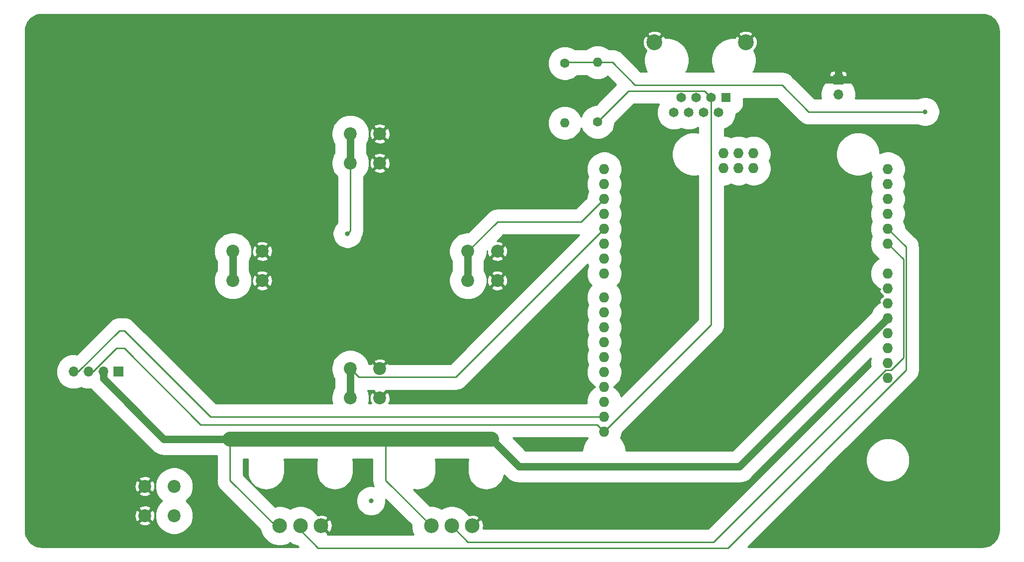
<source format=gbr>
G04 #@! TF.GenerationSoftware,KiCad,Pcbnew,(5.1.6)-1*
G04 #@! TF.CreationDate,2021-03-30T14:44:55-05:00*
G04 #@! TF.ProjectId,UIpcb,55497063-622e-46b6-9963-61645f706362,rev?*
G04 #@! TF.SameCoordinates,Original*
G04 #@! TF.FileFunction,Copper,L1,Top*
G04 #@! TF.FilePolarity,Positive*
%FSLAX46Y46*%
G04 Gerber Fmt 4.6, Leading zero omitted, Abs format (unit mm)*
G04 Created by KiCad (PCBNEW (5.1.6)-1) date 2021-03-30 14:44:55*
%MOMM*%
%LPD*%
G01*
G04 APERTURE LIST*
G04 #@! TA.AperFunction,ComponentPad*
%ADD10C,2.500000*%
G04 #@! TD*
G04 #@! TA.AperFunction,ComponentPad*
%ADD11O,1.700000X1.700000*%
G04 #@! TD*
G04 #@! TA.AperFunction,ComponentPad*
%ADD12R,1.700000X1.700000*%
G04 #@! TD*
G04 #@! TA.AperFunction,ComponentPad*
%ADD13O,1.600000X1.600000*%
G04 #@! TD*
G04 #@! TA.AperFunction,ComponentPad*
%ADD14C,1.600000*%
G04 #@! TD*
G04 #@! TA.AperFunction,ComponentPad*
%ADD15O,1.727200X1.727200*%
G04 #@! TD*
G04 #@! TA.AperFunction,ComponentPad*
%ADD16C,2.200000*%
G04 #@! TD*
G04 #@! TA.AperFunction,ComponentPad*
%ADD17C,2.700000*%
G04 #@! TD*
G04 #@! TA.AperFunction,ComponentPad*
%ADD18C,1.650000*%
G04 #@! TD*
G04 #@! TA.AperFunction,ComponentPad*
%ADD19R,1.650000X1.650000*%
G04 #@! TD*
G04 #@! TA.AperFunction,ViaPad*
%ADD20C,0.800000*%
G04 #@! TD*
G04 #@! TA.AperFunction,ViaPad*
%ADD21C,6.200000*%
G04 #@! TD*
G04 #@! TA.AperFunction,Conductor*
%ADD22C,0.250000*%
G04 #@! TD*
G04 #@! TA.AperFunction,Conductor*
%ADD23C,2.500000*%
G04 #@! TD*
G04 #@! TA.AperFunction,Conductor*
%ADD24C,1.250000*%
G04 #@! TD*
G04 #@! TA.AperFunction,Conductor*
%ADD25C,0.254000*%
G04 #@! TD*
G04 APERTURE END LIST*
D10*
X117500000Y-134250000D03*
X114000000Y-134250000D03*
X110500000Y-134250000D03*
X143250000Y-134250000D03*
X139750000Y-134250000D03*
X136250000Y-134250000D03*
D11*
X75380000Y-108000000D03*
X77920000Y-108000000D03*
X80460000Y-108000000D03*
D12*
X83000000Y-108000000D03*
D13*
X164550000Y-55340000D03*
D14*
X164550000Y-65500000D03*
D13*
X159000000Y-65660000D03*
D14*
X159000000Y-55500000D03*
D15*
X186020000Y-73373000D03*
X213960000Y-73500000D03*
X213960000Y-76040000D03*
X213960000Y-78580000D03*
X213960000Y-81120000D03*
X213960000Y-83660000D03*
X213960000Y-109060000D03*
X165700000Y-102964000D03*
X165700000Y-105504000D03*
X165700000Y-108044000D03*
X165700000Y-113124000D03*
X165700000Y-115664000D03*
X165700000Y-118204000D03*
X165700000Y-100424000D03*
X165700000Y-97884000D03*
X165700000Y-95344000D03*
X165700000Y-110584000D03*
X165700000Y-91280000D03*
X165700000Y-88740000D03*
X165700000Y-86200000D03*
X165700000Y-83660000D03*
X165700000Y-81120000D03*
X165700000Y-78580000D03*
X165700000Y-76040000D03*
X165700000Y-73500000D03*
X213960000Y-106520000D03*
X213960000Y-103980000D03*
X213960000Y-101440000D03*
X213960000Y-98900000D03*
X213960000Y-96360000D03*
X213960000Y-93820000D03*
X213960000Y-91280000D03*
X213960000Y-86200000D03*
X186020000Y-70833000D03*
X188560000Y-73373000D03*
X188560000Y-70833000D03*
X191100000Y-70833000D03*
X191100000Y-73373000D03*
D16*
X92500000Y-127500000D03*
X92500000Y-132500000D03*
X87500000Y-132500000D03*
X87500000Y-127500000D03*
X127500000Y-107500000D03*
X127500000Y-112500000D03*
X122500000Y-112500000D03*
X122500000Y-107500000D03*
X147500000Y-87500000D03*
X147500000Y-92500000D03*
X142500000Y-92500000D03*
X142500000Y-87500000D03*
X107500000Y-87500000D03*
X107500000Y-92500000D03*
X102500000Y-92500000D03*
X102500000Y-87500000D03*
X127500000Y-67500000D03*
X127500000Y-72500000D03*
X122500000Y-72500000D03*
X122500000Y-67500000D03*
D17*
X174250000Y-51950000D03*
X189750000Y-51950000D03*
D18*
X177555000Y-63890000D03*
X178825000Y-61350000D03*
X180095000Y-63890000D03*
X181365000Y-61350000D03*
X182635000Y-63890000D03*
X183905000Y-61350000D03*
X185175000Y-63890000D03*
D19*
X186445000Y-61350000D03*
D11*
X205500000Y-60790000D03*
D12*
X205500000Y-58250000D03*
D20*
X126000000Y-130000000D03*
X220250000Y-63750000D03*
D21*
X225000000Y-55000000D03*
X75000000Y-130000000D03*
X225000000Y-130000000D03*
X75000000Y-55000000D03*
D20*
X174000000Y-66000000D03*
X196000000Y-92000000D03*
X138000000Y-64000000D03*
X82000000Y-90000000D03*
X158000000Y-130000000D03*
X175000000Y-86000000D03*
X155750000Y-120500000D03*
X122000000Y-84500000D03*
D22*
X102000000Y-126500000D02*
X102000000Y-119500000D01*
X110000000Y-134500000D02*
X102000000Y-126500000D01*
X136500000Y-134500000D02*
X128500000Y-126500000D01*
D23*
X146500000Y-119500000D02*
X128500000Y-119500000D01*
D22*
X128500000Y-126500000D02*
X128500000Y-119500000D01*
D23*
X128500000Y-119500000D02*
X102000000Y-119500000D01*
D24*
X151185001Y-124185001D02*
X188674999Y-124185001D01*
X188674999Y-124185001D02*
X213960000Y-98900000D01*
X146500000Y-119500000D02*
X151185001Y-124185001D01*
D22*
X159160000Y-55340000D02*
X159000000Y-55500000D01*
X164550000Y-55340000D02*
X159160000Y-55340000D01*
D24*
X80460000Y-109202081D02*
X80460000Y-108000000D01*
X90757919Y-119500000D02*
X80460000Y-109202081D01*
X102000000Y-119500000D02*
X90757919Y-119500000D01*
D22*
X200500000Y-63750000D02*
X220250000Y-63750000D01*
X195950010Y-59200010D02*
X200500000Y-63750000D01*
X170950010Y-59200010D02*
X195950010Y-59200010D01*
X164550000Y-55340000D02*
X167090000Y-55340000D01*
X167090000Y-55340000D02*
X170950010Y-59200010D01*
D24*
X205500000Y-58250000D02*
X209500000Y-58250000D01*
X205500000Y-58250000D02*
X202250000Y-58250000D01*
X205500000Y-58250000D02*
X205500000Y-55750000D01*
X122500000Y-67500000D02*
X122500000Y-72500000D01*
D22*
X122500000Y-84000000D02*
X122000000Y-84500000D01*
X122500000Y-72500000D02*
X122500000Y-84000000D01*
D24*
X122500000Y-107500000D02*
X122500000Y-112500000D01*
D22*
X140434999Y-108925001D02*
X165700000Y-83660000D01*
X123925001Y-108925001D02*
X140434999Y-108925001D01*
X122500000Y-107500000D02*
X123925001Y-108925001D01*
D24*
X102500000Y-87500000D02*
X102500000Y-92500000D01*
X142500000Y-87500000D02*
X142500000Y-92500000D01*
D22*
X161808601Y-82471399D02*
X165700000Y-78580000D01*
X147528601Y-82471399D02*
X161808601Y-82471399D01*
X142500000Y-87500000D02*
X147528601Y-82471399D01*
X83180998Y-101000000D02*
X76180998Y-108000000D01*
X84000000Y-101000000D02*
X83180998Y-101000000D01*
X98664000Y-115664000D02*
X84000000Y-101000000D01*
X76180998Y-108000000D02*
X75380000Y-108000000D01*
X165700000Y-115664000D02*
X98664000Y-115664000D01*
X183905000Y-99999000D02*
X165700000Y-118204000D01*
X183905000Y-61350000D02*
X183905000Y-99999000D01*
X169850001Y-60199999D02*
X164550000Y-65500000D01*
X182754999Y-60199999D02*
X169850001Y-60199999D01*
X183905000Y-61350000D02*
X182754999Y-60199999D01*
X165700000Y-118204000D02*
X164496000Y-117000000D01*
X97000000Y-117000000D02*
X84000000Y-104000000D01*
X78720998Y-108000000D02*
X77920000Y-108000000D01*
X164496000Y-117000000D02*
X97000000Y-117000000D01*
X84000000Y-104000000D02*
X82720998Y-104000000D01*
X82720998Y-104000000D02*
X78720998Y-108000000D01*
X216598611Y-105640519D02*
X216598611Y-88838611D01*
X216598611Y-88838611D02*
X213960000Y-86200000D01*
X142500000Y-137000000D02*
X184260870Y-137000000D01*
X184260870Y-137000000D02*
X213552269Y-107708601D01*
X140000000Y-134500000D02*
X142500000Y-137000000D01*
X213552269Y-107708601D02*
X214530529Y-107708601D01*
X214530529Y-107708601D02*
X216598611Y-105640519D01*
X217048621Y-86748621D02*
X213960000Y-83660000D01*
X217048621Y-107730509D02*
X217048621Y-86748621D01*
X186779130Y-138000000D02*
X217048621Y-107730509D01*
X113500000Y-134500000D02*
X117000000Y-138000000D01*
X117000000Y-138000000D02*
X186779130Y-138000000D01*
D25*
G36*
X230502820Y-47205429D02*
G01*
X230989752Y-47338638D01*
X231445392Y-47555967D01*
X231855355Y-47850555D01*
X232206665Y-48213079D01*
X232488226Y-48632086D01*
X232691137Y-49094331D01*
X232812960Y-49601759D01*
X232848000Y-50078913D01*
X232848001Y-134904153D01*
X232794572Y-135502818D01*
X232661361Y-135989752D01*
X232444033Y-136445393D01*
X232149445Y-136855355D01*
X231786921Y-137206665D01*
X231367914Y-137488226D01*
X230905669Y-137691137D01*
X230398241Y-137812960D01*
X229921088Y-137848000D01*
X190115937Y-137848000D01*
X205301015Y-122662923D01*
X210233000Y-122662923D01*
X210233000Y-123397077D01*
X210376227Y-124117126D01*
X210657176Y-124795396D01*
X211065050Y-125405824D01*
X211584176Y-125924950D01*
X212194604Y-126332824D01*
X212872874Y-126613773D01*
X213592923Y-126757000D01*
X214327077Y-126757000D01*
X215047126Y-126613773D01*
X215725396Y-126332824D01*
X216335824Y-125924950D01*
X216854950Y-125405824D01*
X217262824Y-124795396D01*
X217543773Y-124117126D01*
X217687000Y-123397077D01*
X217687000Y-122662923D01*
X217543773Y-121942874D01*
X217262824Y-121264604D01*
X216854950Y-120654176D01*
X216335824Y-120135050D01*
X215725396Y-119727176D01*
X215047126Y-119446227D01*
X214327077Y-119303000D01*
X213592923Y-119303000D01*
X212872874Y-119446227D01*
X212194604Y-119727176D01*
X211584176Y-120135050D01*
X211065050Y-120654176D01*
X210657176Y-121264604D01*
X210376227Y-121942874D01*
X210233000Y-122662923D01*
X205301015Y-122662923D01*
X218562800Y-109401139D01*
X218648730Y-109330618D01*
X218721122Y-109242409D01*
X218930150Y-108987707D01*
X219139264Y-108596482D01*
X219268036Y-108171978D01*
X219311517Y-107730509D01*
X219300621Y-107619881D01*
X219300621Y-86859249D01*
X219311517Y-86748621D01*
X219295958Y-86590643D01*
X219268036Y-86307152D01*
X219139264Y-85882648D01*
X218930150Y-85491423D01*
X218795765Y-85327674D01*
X218719252Y-85234443D01*
X218719251Y-85234442D01*
X218648730Y-85148512D01*
X218562800Y-85077991D01*
X216950600Y-83465792D01*
X216950600Y-83365452D01*
X216835673Y-82787674D01*
X216670951Y-82390000D01*
X216835673Y-81992326D01*
X216950600Y-81414548D01*
X216950600Y-80825452D01*
X216835673Y-80247674D01*
X216670951Y-79850000D01*
X216835673Y-79452326D01*
X216950600Y-78874548D01*
X216950600Y-78285452D01*
X216835673Y-77707674D01*
X216670951Y-77310000D01*
X216835673Y-76912326D01*
X216950600Y-76334548D01*
X216950600Y-75745452D01*
X216835673Y-75167674D01*
X216670951Y-74770000D01*
X216835673Y-74372326D01*
X216950600Y-73794548D01*
X216950600Y-73205452D01*
X216835673Y-72627674D01*
X216610235Y-72083420D01*
X216282951Y-71593604D01*
X215866396Y-71177049D01*
X215376580Y-70849765D01*
X214832326Y-70624327D01*
X214254548Y-70509400D01*
X213665452Y-70509400D01*
X213087674Y-70624327D01*
X212607000Y-70823429D01*
X212607000Y-70592923D01*
X212463773Y-69872874D01*
X212182824Y-69194604D01*
X211774950Y-68584176D01*
X211255824Y-68065050D01*
X210645396Y-67657176D01*
X209967126Y-67376227D01*
X209247077Y-67233000D01*
X208512923Y-67233000D01*
X207792874Y-67376227D01*
X207114604Y-67657176D01*
X206504176Y-68065050D01*
X205985050Y-68584176D01*
X205577176Y-69194604D01*
X205296227Y-69872874D01*
X205153000Y-70592923D01*
X205153000Y-71327077D01*
X205296227Y-72047126D01*
X205577176Y-72725396D01*
X205985050Y-73335824D01*
X206504176Y-73854950D01*
X207114604Y-74262824D01*
X207792874Y-74543773D01*
X208512923Y-74687000D01*
X209247077Y-74687000D01*
X209967126Y-74543773D01*
X210645396Y-74262824D01*
X211013607Y-74016794D01*
X211084327Y-74372326D01*
X211249049Y-74770000D01*
X211084327Y-75167674D01*
X210969400Y-75745452D01*
X210969400Y-76334548D01*
X211084327Y-76912326D01*
X211249049Y-77310000D01*
X211084327Y-77707674D01*
X210969400Y-78285452D01*
X210969400Y-78874548D01*
X211084327Y-79452326D01*
X211249049Y-79850000D01*
X211084327Y-80247674D01*
X210969400Y-80825452D01*
X210969400Y-81414548D01*
X211084327Y-81992326D01*
X211249049Y-82390000D01*
X211084327Y-82787674D01*
X210969400Y-83365452D01*
X210969400Y-83954548D01*
X211084327Y-84532326D01*
X211249049Y-84930000D01*
X211084327Y-85327674D01*
X210969400Y-85905452D01*
X210969400Y-86494548D01*
X211084327Y-87072326D01*
X211309765Y-87616580D01*
X211637049Y-88106396D01*
X212053604Y-88522951D01*
X212378441Y-88740000D01*
X212053604Y-88957049D01*
X211637049Y-89373604D01*
X211309765Y-89863420D01*
X211084327Y-90407674D01*
X210969400Y-90985452D01*
X210969400Y-91574548D01*
X211084327Y-92152326D01*
X211309765Y-92696580D01*
X211637049Y-93186396D01*
X212053604Y-93602951D01*
X212461400Y-93875431D01*
X212461400Y-93947002D01*
X212583899Y-93947002D01*
X212618164Y-93961195D01*
X212505037Y-94179027D01*
X212603036Y-94455978D01*
X212753183Y-94708488D01*
X212949707Y-94926854D01*
X213168078Y-95090000D01*
X212949707Y-95253146D01*
X212753183Y-95471512D01*
X212603036Y-95724022D01*
X212505037Y-96000973D01*
X212618164Y-96218805D01*
X212583899Y-96232998D01*
X212461400Y-96232998D01*
X212461400Y-96304569D01*
X212053604Y-96577049D01*
X211637049Y-96993604D01*
X211309765Y-97483420D01*
X211186092Y-97781992D01*
X187535085Y-121433001D01*
X169427000Y-121433001D01*
X169427000Y-121392923D01*
X169283773Y-120672874D01*
X169002824Y-119994604D01*
X168594950Y-119384176D01*
X168491152Y-119280378D01*
X168575673Y-119076326D01*
X168690600Y-118498548D01*
X168690600Y-118398207D01*
X185419179Y-101669630D01*
X185505109Y-101599109D01*
X185786529Y-101256198D01*
X185995643Y-100864973D01*
X186124415Y-100440469D01*
X186157000Y-100109629D01*
X186157000Y-100109621D01*
X186167895Y-99999000D01*
X186157000Y-99888379D01*
X186157000Y-76363600D01*
X186314548Y-76363600D01*
X186892326Y-76248673D01*
X187290000Y-76083951D01*
X187687674Y-76248673D01*
X188265452Y-76363600D01*
X188854548Y-76363600D01*
X189432326Y-76248673D01*
X189830000Y-76083951D01*
X190227674Y-76248673D01*
X190805452Y-76363600D01*
X191394548Y-76363600D01*
X191972326Y-76248673D01*
X192516580Y-76023235D01*
X193006396Y-75695951D01*
X193422951Y-75279396D01*
X193750235Y-74789580D01*
X193975673Y-74245326D01*
X194090600Y-73667548D01*
X194090600Y-73078452D01*
X193975673Y-72500674D01*
X193810951Y-72103000D01*
X193975673Y-71705326D01*
X194090600Y-71127548D01*
X194090600Y-70538452D01*
X193975673Y-69960674D01*
X193750235Y-69416420D01*
X193422951Y-68926604D01*
X193006396Y-68510049D01*
X192516580Y-68182765D01*
X191972326Y-67957327D01*
X191394548Y-67842400D01*
X190805452Y-67842400D01*
X190227674Y-67957327D01*
X189830000Y-68122049D01*
X189432326Y-67957327D01*
X188854548Y-67842400D01*
X188265452Y-67842400D01*
X187687674Y-67957327D01*
X187290000Y-68122049D01*
X186892326Y-67957327D01*
X186314548Y-67842400D01*
X186157000Y-67842400D01*
X186157000Y-66678464D01*
X186573296Y-66506028D01*
X187056790Y-66182968D01*
X187467968Y-65771790D01*
X187791028Y-65288296D01*
X188013556Y-64751067D01*
X188127000Y-64180747D01*
X188127000Y-64128703D01*
X188457415Y-63952093D01*
X188781293Y-63686293D01*
X189047093Y-63362415D01*
X189244599Y-62992906D01*
X189366224Y-62591965D01*
X189407291Y-62175000D01*
X189407291Y-61452010D01*
X195017203Y-61452010D01*
X198829370Y-65264179D01*
X198899891Y-65350109D01*
X198985821Y-65420630D01*
X198985822Y-65420631D01*
X199242802Y-65631529D01*
X199634027Y-65840643D01*
X200058531Y-65969415D01*
X200500000Y-66012896D01*
X200610628Y-66002000D01*
X219083441Y-66002000D01*
X219512901Y-66179889D01*
X220001112Y-66277000D01*
X220498888Y-66277000D01*
X220987099Y-66179889D01*
X221446983Y-65989398D01*
X221860869Y-65712849D01*
X222212849Y-65360869D01*
X222489398Y-64946983D01*
X222679889Y-64487099D01*
X222777000Y-63998888D01*
X222777000Y-63501112D01*
X222679889Y-63012901D01*
X222489398Y-62553017D01*
X222212849Y-62139131D01*
X221860869Y-61787151D01*
X221446983Y-61510602D01*
X220987099Y-61320111D01*
X220498888Y-61223000D01*
X220001112Y-61223000D01*
X219512901Y-61320111D01*
X219083441Y-61498000D01*
X208394493Y-61498000D01*
X208477000Y-61083209D01*
X208477000Y-60496791D01*
X208362595Y-59921641D01*
X208138183Y-59379862D01*
X207812387Y-58892273D01*
X207397727Y-58477613D01*
X206985000Y-58201838D01*
X206985000Y-58122998D01*
X206840564Y-58122998D01*
X206830444Y-58118806D01*
X206985000Y-57964250D01*
X206988072Y-57400000D01*
X206975812Y-57275518D01*
X206939502Y-57155820D01*
X206880537Y-57045506D01*
X206801185Y-56948815D01*
X206704494Y-56869463D01*
X206594180Y-56810498D01*
X206474482Y-56774188D01*
X206350000Y-56761928D01*
X205785750Y-56765000D01*
X205627000Y-56923750D01*
X205627000Y-57813000D01*
X205373000Y-57813000D01*
X205373000Y-56923750D01*
X205214250Y-56765000D01*
X204650000Y-56761928D01*
X204525518Y-56774188D01*
X204405820Y-56810498D01*
X204295506Y-56869463D01*
X204198815Y-56948815D01*
X204119463Y-57045506D01*
X204060498Y-57155820D01*
X204024188Y-57275518D01*
X204011928Y-57400000D01*
X204015000Y-57964250D01*
X204169556Y-58118806D01*
X204159436Y-58122998D01*
X204015000Y-58122998D01*
X204015000Y-58201838D01*
X203602273Y-58477613D01*
X203187613Y-58892273D01*
X202861817Y-59379862D01*
X202637405Y-59921641D01*
X202523000Y-60496791D01*
X202523000Y-61083209D01*
X202605507Y-61498000D01*
X201432809Y-61498000D01*
X197620649Y-57685842D01*
X197550119Y-57599901D01*
X197207208Y-57318481D01*
X196815983Y-57109367D01*
X196391479Y-56980595D01*
X196060639Y-56948010D01*
X196060631Y-56948010D01*
X195950010Y-56937115D01*
X195839389Y-56948010D01*
X191016075Y-56948010D01*
X191106443Y-56812764D01*
X191394930Y-56116295D01*
X191542000Y-55376927D01*
X191542000Y-54623073D01*
X191394930Y-53883705D01*
X191172710Y-53347218D01*
X191249768Y-53270160D01*
X191134840Y-53155232D01*
X191435044Y-53017276D01*
X191610882Y-52668033D01*
X191715207Y-52291196D01*
X191744009Y-51901247D01*
X191696184Y-51513172D01*
X191573568Y-51141884D01*
X191435044Y-50882724D01*
X191134838Y-50744767D01*
X189973330Y-51906275D01*
X189758000Y-51762395D01*
X190955233Y-50565162D01*
X190817276Y-50264956D01*
X190468033Y-50089118D01*
X190091196Y-49984793D01*
X189701247Y-49955991D01*
X189313172Y-50003816D01*
X188941884Y-50126432D01*
X188682724Y-50264956D01*
X188544767Y-50565162D01*
X189709783Y-51730178D01*
X189527764Y-51608557D01*
X189017660Y-51397265D01*
X188365162Y-50744767D01*
X188064956Y-50882724D01*
X187918807Y-51173000D01*
X187338073Y-51173000D01*
X186598705Y-51320070D01*
X185902236Y-51608557D01*
X185275430Y-52027375D01*
X184742375Y-52560430D01*
X184323557Y-53187236D01*
X184035070Y-53883705D01*
X183888000Y-54623073D01*
X183888000Y-55376927D01*
X184035070Y-56116295D01*
X184323557Y-56812764D01*
X184413925Y-56948010D01*
X179586075Y-56948010D01*
X179676443Y-56812764D01*
X179964930Y-56116295D01*
X180112000Y-55376927D01*
X180112000Y-54623073D01*
X179964930Y-53883705D01*
X179676443Y-53187236D01*
X179257625Y-52560430D01*
X178724570Y-52027375D01*
X178097764Y-51608557D01*
X177401295Y-51320070D01*
X176661927Y-51173000D01*
X176083844Y-51173000D01*
X176073568Y-51141884D01*
X175935044Y-50882724D01*
X175634838Y-50744767D01*
X174982340Y-51397265D01*
X174472236Y-51608557D01*
X174290217Y-51730178D01*
X175455233Y-50565162D01*
X175317276Y-50264956D01*
X174968033Y-50089118D01*
X174591196Y-49984793D01*
X174201247Y-49955991D01*
X173813172Y-50003816D01*
X173441884Y-50126432D01*
X173182724Y-50264956D01*
X173044767Y-50565162D01*
X174242000Y-51762395D01*
X174026670Y-51906275D01*
X172865162Y-50744767D01*
X172564956Y-50882724D01*
X172389118Y-51231967D01*
X172284793Y-51608804D01*
X172255991Y-51998753D01*
X172303816Y-52386828D01*
X172426432Y-52758116D01*
X172564956Y-53017276D01*
X172865160Y-53155232D01*
X172750232Y-53270160D01*
X172827290Y-53347218D01*
X172605070Y-53883705D01*
X172458000Y-54623073D01*
X172458000Y-55376927D01*
X172605070Y-56116295D01*
X172893557Y-56812764D01*
X172983925Y-56948010D01*
X171882819Y-56948010D01*
X168760639Y-53825832D01*
X168690109Y-53739891D01*
X168347198Y-53458471D01*
X167955973Y-53249357D01*
X167531469Y-53120585D01*
X167200629Y-53088000D01*
X167200621Y-53088000D01*
X167090000Y-53077105D01*
X166979379Y-53088000D01*
X166437404Y-53088000D01*
X166415854Y-53066450D01*
X165936455Y-52746126D01*
X165403775Y-52525482D01*
X164838284Y-52413000D01*
X164261716Y-52413000D01*
X163696225Y-52525482D01*
X163163545Y-52746126D01*
X162684146Y-53066450D01*
X162662596Y-53088000D01*
X160658649Y-53088000D01*
X160386455Y-52906126D01*
X159853775Y-52685482D01*
X159288284Y-52573000D01*
X158711716Y-52573000D01*
X158146225Y-52685482D01*
X157613545Y-52906126D01*
X157134146Y-53226450D01*
X156726450Y-53634146D01*
X156406126Y-54113545D01*
X156185482Y-54646225D01*
X156073000Y-55211716D01*
X156073000Y-55788284D01*
X156185482Y-56353775D01*
X156406126Y-56886455D01*
X156726450Y-57365854D01*
X157134146Y-57773550D01*
X157613545Y-58093874D01*
X158146225Y-58314518D01*
X158711716Y-58427000D01*
X159288284Y-58427000D01*
X159853775Y-58314518D01*
X160386455Y-58093874D01*
X160865854Y-57773550D01*
X161047404Y-57592000D01*
X162662596Y-57592000D01*
X162684146Y-57613550D01*
X163163545Y-57933874D01*
X163696225Y-58154518D01*
X164261716Y-58267000D01*
X164838284Y-58267000D01*
X165403775Y-58154518D01*
X165936455Y-57933874D01*
X166273716Y-57708523D01*
X167715192Y-59150000D01*
X164292192Y-62573000D01*
X164261716Y-62573000D01*
X163696225Y-62685482D01*
X163163545Y-62906126D01*
X162684146Y-63226450D01*
X162276450Y-63634146D01*
X161956126Y-64113545D01*
X161741863Y-64630820D01*
X161593874Y-64273545D01*
X161273550Y-63794146D01*
X160865854Y-63386450D01*
X160386455Y-63066126D01*
X159853775Y-62845482D01*
X159288284Y-62733000D01*
X158711716Y-62733000D01*
X158146225Y-62845482D01*
X157613545Y-63066126D01*
X157134146Y-63386450D01*
X156726450Y-63794146D01*
X156406126Y-64273545D01*
X156185482Y-64806225D01*
X156073000Y-65371716D01*
X156073000Y-65948284D01*
X156185482Y-66513775D01*
X156406126Y-67046455D01*
X156726450Y-67525854D01*
X157134146Y-67933550D01*
X157613545Y-68253874D01*
X158146225Y-68474518D01*
X158711716Y-68587000D01*
X159288284Y-68587000D01*
X159853775Y-68474518D01*
X160386455Y-68253874D01*
X160865854Y-67933550D01*
X161273550Y-67525854D01*
X161593874Y-67046455D01*
X161808137Y-66529180D01*
X161956126Y-66886455D01*
X162276450Y-67365854D01*
X162684146Y-67773550D01*
X163163545Y-68093874D01*
X163696225Y-68314518D01*
X164261716Y-68427000D01*
X164838284Y-68427000D01*
X165403775Y-68314518D01*
X165936455Y-68093874D01*
X166415854Y-67773550D01*
X166823550Y-67365854D01*
X167143874Y-66886455D01*
X167364518Y-66353775D01*
X167477000Y-65788284D01*
X167477000Y-65757808D01*
X170782810Y-62451999D01*
X174965502Y-62451999D01*
X174938972Y-62491704D01*
X174716444Y-63028933D01*
X174603000Y-63599253D01*
X174603000Y-64180747D01*
X174716444Y-64751067D01*
X174938972Y-65288296D01*
X175262032Y-65771790D01*
X175673210Y-66182968D01*
X176156704Y-66506028D01*
X176693933Y-66728556D01*
X177264253Y-66842000D01*
X177845747Y-66842000D01*
X178416067Y-66728556D01*
X178825000Y-66559170D01*
X179233933Y-66728556D01*
X179804253Y-66842000D01*
X180385747Y-66842000D01*
X180956067Y-66728556D01*
X181493296Y-66506028D01*
X181653000Y-66399317D01*
X181653000Y-67301809D01*
X181307077Y-67233000D01*
X180572923Y-67233000D01*
X179852874Y-67376227D01*
X179174604Y-67657176D01*
X178564176Y-68065050D01*
X178045050Y-68584176D01*
X177637176Y-69194604D01*
X177356227Y-69872874D01*
X177213000Y-70592923D01*
X177213000Y-71327077D01*
X177356227Y-72047126D01*
X177637176Y-72725396D01*
X178045050Y-73335824D01*
X178564176Y-73854950D01*
X179174604Y-74262824D01*
X179852874Y-74543773D01*
X180572923Y-74687000D01*
X181307077Y-74687000D01*
X181653000Y-74618191D01*
X181653001Y-99066190D01*
X168543995Y-112175197D01*
X168350235Y-111707420D01*
X168022951Y-111217604D01*
X167606396Y-110801049D01*
X167281559Y-110584000D01*
X167606396Y-110366951D01*
X168022951Y-109950396D01*
X168350235Y-109460580D01*
X168575673Y-108916326D01*
X168690600Y-108338548D01*
X168690600Y-107749452D01*
X168575673Y-107171674D01*
X168410951Y-106774000D01*
X168575673Y-106376326D01*
X168690600Y-105798548D01*
X168690600Y-105209452D01*
X168575673Y-104631674D01*
X168410951Y-104234000D01*
X168575673Y-103836326D01*
X168690600Y-103258548D01*
X168690600Y-102669452D01*
X168575673Y-102091674D01*
X168410951Y-101694000D01*
X168575673Y-101296326D01*
X168690600Y-100718548D01*
X168690600Y-100129452D01*
X168575673Y-99551674D01*
X168410951Y-99154000D01*
X168575673Y-98756326D01*
X168690600Y-98178548D01*
X168690600Y-97589452D01*
X168575673Y-97011674D01*
X168410951Y-96614000D01*
X168575673Y-96216326D01*
X168690600Y-95638548D01*
X168690600Y-95049452D01*
X168575673Y-94471674D01*
X168350235Y-93927420D01*
X168022951Y-93437604D01*
X167897347Y-93312000D01*
X168022951Y-93186396D01*
X168350235Y-92696580D01*
X168575673Y-92152326D01*
X168690600Y-91574548D01*
X168690600Y-90985452D01*
X168575673Y-90407674D01*
X168410951Y-90010000D01*
X168575673Y-89612326D01*
X168690600Y-89034548D01*
X168690600Y-88445452D01*
X168575673Y-87867674D01*
X168410951Y-87470000D01*
X168575673Y-87072326D01*
X168690600Y-86494548D01*
X168690600Y-85905452D01*
X168575673Y-85327674D01*
X168410951Y-84930000D01*
X168575673Y-84532326D01*
X168690600Y-83954548D01*
X168690600Y-83365452D01*
X168575673Y-82787674D01*
X168410951Y-82390000D01*
X168575673Y-81992326D01*
X168690600Y-81414548D01*
X168690600Y-80825452D01*
X168575673Y-80247674D01*
X168410951Y-79850000D01*
X168575673Y-79452326D01*
X168690600Y-78874548D01*
X168690600Y-78285452D01*
X168575673Y-77707674D01*
X168410951Y-77310000D01*
X168575673Y-76912326D01*
X168690600Y-76334548D01*
X168690600Y-75745452D01*
X168575673Y-75167674D01*
X168410951Y-74770000D01*
X168575673Y-74372326D01*
X168690600Y-73794548D01*
X168690600Y-73205452D01*
X168575673Y-72627674D01*
X168350235Y-72083420D01*
X168022951Y-71593604D01*
X167606396Y-71177049D01*
X167116580Y-70849765D01*
X166572326Y-70624327D01*
X165994548Y-70509400D01*
X165405452Y-70509400D01*
X164827674Y-70624327D01*
X164283420Y-70849765D01*
X163793604Y-71177049D01*
X163377049Y-71593604D01*
X163049765Y-72083420D01*
X162824327Y-72627674D01*
X162709400Y-73205452D01*
X162709400Y-73794548D01*
X162824327Y-74372326D01*
X162989049Y-74770000D01*
X162824327Y-75167674D01*
X162709400Y-75745452D01*
X162709400Y-76334548D01*
X162824327Y-76912326D01*
X162989049Y-77310000D01*
X162824327Y-77707674D01*
X162709400Y-78285452D01*
X162709400Y-78385792D01*
X160875794Y-80219399D01*
X147639229Y-80219399D01*
X147528601Y-80208503D01*
X147087132Y-80251984D01*
X146662628Y-80380756D01*
X146271403Y-80589870D01*
X146034457Y-80784327D01*
X145928492Y-80871290D01*
X145857971Y-80957220D01*
X142542192Y-84273000D01*
X142182168Y-84273000D01*
X141558719Y-84397012D01*
X140971442Y-84640270D01*
X140442907Y-84993425D01*
X139993425Y-85442907D01*
X139640270Y-85971442D01*
X139397012Y-86558719D01*
X139273000Y-87182168D01*
X139273000Y-87817832D01*
X139397012Y-88441281D01*
X139640270Y-89028558D01*
X139748000Y-89189788D01*
X139748001Y-90810211D01*
X139640270Y-90971442D01*
X139397012Y-91558719D01*
X139273000Y-92182168D01*
X139273000Y-92817832D01*
X139397012Y-93441281D01*
X139640270Y-94028558D01*
X139993425Y-94557093D01*
X140442907Y-95006575D01*
X140971442Y-95359730D01*
X141558719Y-95602988D01*
X142182168Y-95727000D01*
X142817832Y-95727000D01*
X143441281Y-95602988D01*
X144028558Y-95359730D01*
X144557093Y-95006575D01*
X145006575Y-94557093D01*
X145359730Y-94028558D01*
X145493042Y-93706712D01*
X146472893Y-93706712D01*
X146580726Y-93981338D01*
X146887384Y-94132216D01*
X147217585Y-94220369D01*
X147558639Y-94242409D01*
X147897439Y-94197489D01*
X148220966Y-94087336D01*
X148419274Y-93981338D01*
X148527107Y-93706712D01*
X147500000Y-92679605D01*
X146472893Y-93706712D01*
X145493042Y-93706712D01*
X145602988Y-93441281D01*
X145727000Y-92817832D01*
X145727000Y-92558639D01*
X145757591Y-92558639D01*
X145802511Y-92897439D01*
X145912664Y-93220966D01*
X146018662Y-93419274D01*
X146293288Y-93527107D01*
X147320395Y-92500000D01*
X147679605Y-92500000D01*
X148706712Y-93527107D01*
X148981338Y-93419274D01*
X149132216Y-93112616D01*
X149220369Y-92782415D01*
X149242409Y-92441361D01*
X149197489Y-92102561D01*
X149087336Y-91779034D01*
X148981338Y-91580726D01*
X148706712Y-91472893D01*
X147679605Y-92500000D01*
X147320395Y-92500000D01*
X146293288Y-91472893D01*
X146018662Y-91580726D01*
X145867784Y-91887384D01*
X145779631Y-92217585D01*
X145757591Y-92558639D01*
X145727000Y-92558639D01*
X145727000Y-92182168D01*
X145602988Y-91558719D01*
X145493043Y-91293288D01*
X146472893Y-91293288D01*
X147500000Y-92320395D01*
X148527107Y-91293288D01*
X148419274Y-91018662D01*
X148112616Y-90867784D01*
X147782415Y-90779631D01*
X147441361Y-90757591D01*
X147102561Y-90802511D01*
X146779034Y-90912664D01*
X146580726Y-91018662D01*
X146472893Y-91293288D01*
X145493043Y-91293288D01*
X145359730Y-90971442D01*
X145252000Y-90810212D01*
X145252000Y-89189788D01*
X145359730Y-89028558D01*
X145493042Y-88706712D01*
X146472893Y-88706712D01*
X146580726Y-88981338D01*
X146887384Y-89132216D01*
X147217585Y-89220369D01*
X147558639Y-89242409D01*
X147897439Y-89197489D01*
X148220966Y-89087336D01*
X148419274Y-88981338D01*
X148527107Y-88706712D01*
X147500000Y-87679605D01*
X146472893Y-88706712D01*
X145493042Y-88706712D01*
X145602988Y-88441281D01*
X145727000Y-87817832D01*
X145727000Y-87457808D01*
X145766671Y-87418137D01*
X145757591Y-87558639D01*
X145802511Y-87897439D01*
X145912664Y-88220966D01*
X146018662Y-88419274D01*
X146293288Y-88527107D01*
X147320395Y-87500000D01*
X147679605Y-87500000D01*
X148706712Y-88527107D01*
X148981338Y-88419274D01*
X149132216Y-88112616D01*
X149220369Y-87782415D01*
X149242409Y-87441361D01*
X149197489Y-87102561D01*
X149087336Y-86779034D01*
X148981338Y-86580726D01*
X148706712Y-86472893D01*
X147679605Y-87500000D01*
X147320395Y-87500000D01*
X147306253Y-87485858D01*
X147485858Y-87306253D01*
X147500000Y-87320395D01*
X148527107Y-86293288D01*
X148419274Y-86018662D01*
X148112616Y-85867784D01*
X147782415Y-85779631D01*
X147441361Y-85757591D01*
X147425055Y-85759753D01*
X148461410Y-84723399D01*
X161451792Y-84723399D01*
X139502192Y-106673001D01*
X129030660Y-106673001D01*
X128981338Y-106580726D01*
X128706712Y-106472893D01*
X128506604Y-106673001D01*
X128147394Y-106673001D01*
X128527107Y-106293288D01*
X128419274Y-106018662D01*
X128112616Y-105867784D01*
X127782415Y-105779631D01*
X127441361Y-105757591D01*
X127102561Y-105802511D01*
X126779034Y-105912664D01*
X126580726Y-106018662D01*
X126472893Y-106293288D01*
X126852606Y-106673001D01*
X126493396Y-106673001D01*
X126293288Y-106472893D01*
X126018662Y-106580726D01*
X125973262Y-106673001D01*
X125625720Y-106673001D01*
X125602988Y-106558719D01*
X125359730Y-105971442D01*
X125006575Y-105442907D01*
X124557093Y-104993425D01*
X124028558Y-104640270D01*
X123441281Y-104397012D01*
X122817832Y-104273000D01*
X122182168Y-104273000D01*
X121558719Y-104397012D01*
X120971442Y-104640270D01*
X120442907Y-104993425D01*
X119993425Y-105442907D01*
X119640270Y-105971442D01*
X119397012Y-106558719D01*
X119273000Y-107182168D01*
X119273000Y-107817832D01*
X119397012Y-108441281D01*
X119640270Y-109028558D01*
X119748000Y-109189788D01*
X119748001Y-110810211D01*
X119640270Y-110971442D01*
X119397012Y-111558719D01*
X119273000Y-112182168D01*
X119273000Y-112817832D01*
X119391188Y-113412000D01*
X99596809Y-113412000D01*
X85670639Y-99485832D01*
X85600109Y-99399891D01*
X85257198Y-99118471D01*
X84865973Y-98909357D01*
X84441469Y-98780585D01*
X84110629Y-98748000D01*
X84110621Y-98748000D01*
X84000000Y-98737105D01*
X83889379Y-98748000D01*
X83291619Y-98748000D01*
X83180998Y-98737105D01*
X83070377Y-98748000D01*
X83070369Y-98748000D01*
X82739529Y-98780585D01*
X82315025Y-98909357D01*
X81923800Y-99118471D01*
X81580889Y-99399891D01*
X81510368Y-99485821D01*
X75923420Y-105072770D01*
X75673209Y-105023000D01*
X75086791Y-105023000D01*
X74511641Y-105137405D01*
X73969862Y-105361817D01*
X73482273Y-105687613D01*
X73067613Y-106102273D01*
X72741817Y-106589862D01*
X72517405Y-107131641D01*
X72403000Y-107706791D01*
X72403000Y-108293209D01*
X72517405Y-108868359D01*
X72741817Y-109410138D01*
X73067613Y-109897727D01*
X73482273Y-110312387D01*
X73969862Y-110638183D01*
X74511641Y-110862595D01*
X75086791Y-110977000D01*
X75673209Y-110977000D01*
X76248359Y-110862595D01*
X76650000Y-110696230D01*
X77051641Y-110862595D01*
X77626791Y-110977000D01*
X78213209Y-110977000D01*
X78336420Y-110952492D01*
X78504627Y-111157453D01*
X78609641Y-111243636D01*
X88716367Y-121350364D01*
X88802546Y-121455373D01*
X88907553Y-121541550D01*
X88907554Y-121541551D01*
X89221592Y-121799275D01*
X89699678Y-122054818D01*
X90218433Y-122212180D01*
X90757919Y-122265315D01*
X90893108Y-122252000D01*
X99748001Y-122252000D01*
X99748000Y-126389379D01*
X99737105Y-126500000D01*
X99748000Y-126610621D01*
X99748000Y-126610628D01*
X99780585Y-126941468D01*
X99909357Y-127365972D01*
X100118471Y-127757198D01*
X100399891Y-128100109D01*
X100485832Y-128170639D01*
X107178919Y-134863727D01*
X107252776Y-135235035D01*
X107507341Y-135849609D01*
X107876913Y-136402712D01*
X108347288Y-136873087D01*
X108900391Y-137242659D01*
X109514965Y-137497224D01*
X110167395Y-137627000D01*
X110832605Y-137627000D01*
X111485035Y-137497224D01*
X112099609Y-137242659D01*
X112250000Y-137142171D01*
X112400391Y-137242659D01*
X113014965Y-137497224D01*
X113386274Y-137571082D01*
X113663192Y-137848000D01*
X70095835Y-137848000D01*
X69497182Y-137794572D01*
X69010248Y-137661361D01*
X68554607Y-137444033D01*
X68144645Y-137149445D01*
X67793335Y-136786921D01*
X67511774Y-136367914D01*
X67308863Y-135905669D01*
X67187040Y-135398241D01*
X67152000Y-134921088D01*
X67152000Y-133706712D01*
X86472893Y-133706712D01*
X86580726Y-133981338D01*
X86887384Y-134132216D01*
X87217585Y-134220369D01*
X87558639Y-134242409D01*
X87897439Y-134197489D01*
X88220966Y-134087336D01*
X88419274Y-133981338D01*
X88527107Y-133706712D01*
X87500000Y-132679605D01*
X86472893Y-133706712D01*
X67152000Y-133706712D01*
X67152000Y-132558639D01*
X85757591Y-132558639D01*
X85802511Y-132897439D01*
X85912664Y-133220966D01*
X86018662Y-133419274D01*
X86293288Y-133527107D01*
X87320395Y-132500000D01*
X87679605Y-132500000D01*
X88706712Y-133527107D01*
X88981338Y-133419274D01*
X89132216Y-133112616D01*
X89220369Y-132782415D01*
X89242409Y-132441361D01*
X89197489Y-132102561D01*
X89087336Y-131779034D01*
X88981338Y-131580726D01*
X88706712Y-131472893D01*
X87679605Y-132500000D01*
X87320395Y-132500000D01*
X86293288Y-131472893D01*
X86018662Y-131580726D01*
X85867784Y-131887384D01*
X85779631Y-132217585D01*
X85757591Y-132558639D01*
X67152000Y-132558639D01*
X67152000Y-131293288D01*
X86472893Y-131293288D01*
X87500000Y-132320395D01*
X88527107Y-131293288D01*
X88419274Y-131018662D01*
X88112616Y-130867784D01*
X87782415Y-130779631D01*
X87441361Y-130757591D01*
X87102561Y-130802511D01*
X86779034Y-130912664D01*
X86580726Y-131018662D01*
X86472893Y-131293288D01*
X67152000Y-131293288D01*
X67152000Y-128706712D01*
X86472893Y-128706712D01*
X86580726Y-128981338D01*
X86887384Y-129132216D01*
X87217585Y-129220369D01*
X87558639Y-129242409D01*
X87897439Y-129197489D01*
X88220966Y-129087336D01*
X88419274Y-128981338D01*
X88527107Y-128706712D01*
X87500000Y-127679605D01*
X86472893Y-128706712D01*
X67152000Y-128706712D01*
X67152000Y-127558639D01*
X85757591Y-127558639D01*
X85802511Y-127897439D01*
X85912664Y-128220966D01*
X86018662Y-128419274D01*
X86293288Y-128527107D01*
X87320395Y-127500000D01*
X87679605Y-127500000D01*
X88706712Y-128527107D01*
X88981338Y-128419274D01*
X89132216Y-128112616D01*
X89220369Y-127782415D01*
X89242409Y-127441361D01*
X89208044Y-127182168D01*
X89273000Y-127182168D01*
X89273000Y-127817832D01*
X89397012Y-128441281D01*
X89640270Y-129028558D01*
X89993425Y-129557093D01*
X90436332Y-130000000D01*
X89993425Y-130442907D01*
X89640270Y-130971442D01*
X89397012Y-131558719D01*
X89273000Y-132182168D01*
X89273000Y-132817832D01*
X89397012Y-133441281D01*
X89640270Y-134028558D01*
X89993425Y-134557093D01*
X90442907Y-135006575D01*
X90971442Y-135359730D01*
X91558719Y-135602988D01*
X92182168Y-135727000D01*
X92817832Y-135727000D01*
X93441281Y-135602988D01*
X94028558Y-135359730D01*
X94557093Y-135006575D01*
X95006575Y-134557093D01*
X95359730Y-134028558D01*
X95602988Y-133441281D01*
X95727000Y-132817832D01*
X95727000Y-132182168D01*
X95602988Y-131558719D01*
X95359730Y-130971442D01*
X95006575Y-130442907D01*
X94563668Y-130000000D01*
X95006575Y-129557093D01*
X95359730Y-129028558D01*
X95602988Y-128441281D01*
X95727000Y-127817832D01*
X95727000Y-127182168D01*
X95602988Y-126558719D01*
X95359730Y-125971442D01*
X95006575Y-125442907D01*
X94557093Y-124993425D01*
X94028558Y-124640270D01*
X93441281Y-124397012D01*
X92817832Y-124273000D01*
X92182168Y-124273000D01*
X91558719Y-124397012D01*
X90971442Y-124640270D01*
X90442907Y-124993425D01*
X89993425Y-125442907D01*
X89640270Y-125971442D01*
X89397012Y-126558719D01*
X89273000Y-127182168D01*
X89208044Y-127182168D01*
X89197489Y-127102561D01*
X89087336Y-126779034D01*
X88981338Y-126580726D01*
X88706712Y-126472893D01*
X87679605Y-127500000D01*
X87320395Y-127500000D01*
X86293288Y-126472893D01*
X86018662Y-126580726D01*
X85867784Y-126887384D01*
X85779631Y-127217585D01*
X85757591Y-127558639D01*
X67152000Y-127558639D01*
X67152000Y-126293288D01*
X86472893Y-126293288D01*
X87500000Y-127320395D01*
X88527107Y-126293288D01*
X88419274Y-126018662D01*
X88112616Y-125867784D01*
X87782415Y-125779631D01*
X87441361Y-125757591D01*
X87102561Y-125802511D01*
X86779034Y-125912664D01*
X86580726Y-126018662D01*
X86472893Y-126293288D01*
X67152000Y-126293288D01*
X67152000Y-87182168D01*
X99273000Y-87182168D01*
X99273000Y-87817832D01*
X99397012Y-88441281D01*
X99640270Y-89028558D01*
X99748000Y-89189788D01*
X99748001Y-90810211D01*
X99640270Y-90971442D01*
X99397012Y-91558719D01*
X99273000Y-92182168D01*
X99273000Y-92817832D01*
X99397012Y-93441281D01*
X99640270Y-94028558D01*
X99993425Y-94557093D01*
X100442907Y-95006575D01*
X100971442Y-95359730D01*
X101558719Y-95602988D01*
X102182168Y-95727000D01*
X102817832Y-95727000D01*
X103441281Y-95602988D01*
X104028558Y-95359730D01*
X104557093Y-95006575D01*
X105006575Y-94557093D01*
X105359730Y-94028558D01*
X105493042Y-93706712D01*
X106472893Y-93706712D01*
X106580726Y-93981338D01*
X106887384Y-94132216D01*
X107217585Y-94220369D01*
X107558639Y-94242409D01*
X107897439Y-94197489D01*
X108220966Y-94087336D01*
X108419274Y-93981338D01*
X108527107Y-93706712D01*
X107500000Y-92679605D01*
X106472893Y-93706712D01*
X105493042Y-93706712D01*
X105602988Y-93441281D01*
X105727000Y-92817832D01*
X105727000Y-92558639D01*
X105757591Y-92558639D01*
X105802511Y-92897439D01*
X105912664Y-93220966D01*
X106018662Y-93419274D01*
X106293288Y-93527107D01*
X107320395Y-92500000D01*
X107679605Y-92500000D01*
X108706712Y-93527107D01*
X108981338Y-93419274D01*
X109132216Y-93112616D01*
X109220369Y-92782415D01*
X109242409Y-92441361D01*
X109197489Y-92102561D01*
X109087336Y-91779034D01*
X108981338Y-91580726D01*
X108706712Y-91472893D01*
X107679605Y-92500000D01*
X107320395Y-92500000D01*
X106293288Y-91472893D01*
X106018662Y-91580726D01*
X105867784Y-91887384D01*
X105779631Y-92217585D01*
X105757591Y-92558639D01*
X105727000Y-92558639D01*
X105727000Y-92182168D01*
X105602988Y-91558719D01*
X105493043Y-91293288D01*
X106472893Y-91293288D01*
X107500000Y-92320395D01*
X108527107Y-91293288D01*
X108419274Y-91018662D01*
X108112616Y-90867784D01*
X107782415Y-90779631D01*
X107441361Y-90757591D01*
X107102561Y-90802511D01*
X106779034Y-90912664D01*
X106580726Y-91018662D01*
X106472893Y-91293288D01*
X105493043Y-91293288D01*
X105359730Y-90971442D01*
X105252000Y-90810212D01*
X105252000Y-89189788D01*
X105359730Y-89028558D01*
X105493042Y-88706712D01*
X106472893Y-88706712D01*
X106580726Y-88981338D01*
X106887384Y-89132216D01*
X107217585Y-89220369D01*
X107558639Y-89242409D01*
X107897439Y-89197489D01*
X108220966Y-89087336D01*
X108419274Y-88981338D01*
X108527107Y-88706712D01*
X107500000Y-87679605D01*
X106472893Y-88706712D01*
X105493042Y-88706712D01*
X105602988Y-88441281D01*
X105727000Y-87817832D01*
X105727000Y-87558639D01*
X105757591Y-87558639D01*
X105802511Y-87897439D01*
X105912664Y-88220966D01*
X106018662Y-88419274D01*
X106293288Y-88527107D01*
X107320395Y-87500000D01*
X107679605Y-87500000D01*
X108706712Y-88527107D01*
X108981338Y-88419274D01*
X109132216Y-88112616D01*
X109220369Y-87782415D01*
X109242409Y-87441361D01*
X109197489Y-87102561D01*
X109087336Y-86779034D01*
X108981338Y-86580726D01*
X108706712Y-86472893D01*
X107679605Y-87500000D01*
X107320395Y-87500000D01*
X106293288Y-86472893D01*
X106018662Y-86580726D01*
X105867784Y-86887384D01*
X105779631Y-87217585D01*
X105757591Y-87558639D01*
X105727000Y-87558639D01*
X105727000Y-87182168D01*
X105602988Y-86558719D01*
X105493043Y-86293288D01*
X106472893Y-86293288D01*
X107500000Y-87320395D01*
X108527107Y-86293288D01*
X108419274Y-86018662D01*
X108112616Y-85867784D01*
X107782415Y-85779631D01*
X107441361Y-85757591D01*
X107102561Y-85802511D01*
X106779034Y-85912664D01*
X106580726Y-86018662D01*
X106472893Y-86293288D01*
X105493043Y-86293288D01*
X105359730Y-85971442D01*
X105006575Y-85442907D01*
X104557093Y-84993425D01*
X104028558Y-84640270D01*
X103441281Y-84397012D01*
X102817832Y-84273000D01*
X102182168Y-84273000D01*
X101558719Y-84397012D01*
X100971442Y-84640270D01*
X100442907Y-84993425D01*
X99993425Y-85442907D01*
X99640270Y-85971442D01*
X99397012Y-86558719D01*
X99273000Y-87182168D01*
X67152000Y-87182168D01*
X67152000Y-67182168D01*
X119273000Y-67182168D01*
X119273000Y-67817832D01*
X119397012Y-68441281D01*
X119640270Y-69028558D01*
X119748000Y-69189788D01*
X119748001Y-70810211D01*
X119640270Y-70971442D01*
X119397012Y-71558719D01*
X119273000Y-72182168D01*
X119273000Y-72817832D01*
X119397012Y-73441281D01*
X119640270Y-74028558D01*
X119993425Y-74557093D01*
X120248000Y-74811668D01*
X120248001Y-82678281D01*
X120037151Y-82889131D01*
X119760602Y-83303017D01*
X119570111Y-83762901D01*
X119473000Y-84251112D01*
X119473000Y-84748888D01*
X119570111Y-85237099D01*
X119760602Y-85696983D01*
X120037151Y-86110869D01*
X120389131Y-86462849D01*
X120803017Y-86739398D01*
X121262901Y-86929889D01*
X121751112Y-87027000D01*
X122248888Y-87027000D01*
X122737099Y-86929889D01*
X123196983Y-86739398D01*
X123610869Y-86462849D01*
X123962849Y-86110869D01*
X124239398Y-85696983D01*
X124429889Y-85237099D01*
X124452185Y-85125010D01*
X124590643Y-84865973D01*
X124719415Y-84441469D01*
X124752000Y-84110629D01*
X124762896Y-84000000D01*
X124752000Y-83889372D01*
X124752000Y-74811668D01*
X125006575Y-74557093D01*
X125359730Y-74028558D01*
X125493042Y-73706712D01*
X126472893Y-73706712D01*
X126580726Y-73981338D01*
X126887384Y-74132216D01*
X127217585Y-74220369D01*
X127558639Y-74242409D01*
X127897439Y-74197489D01*
X128220966Y-74087336D01*
X128419274Y-73981338D01*
X128527107Y-73706712D01*
X127500000Y-72679605D01*
X126472893Y-73706712D01*
X125493042Y-73706712D01*
X125602988Y-73441281D01*
X125727000Y-72817832D01*
X125727000Y-72558639D01*
X125757591Y-72558639D01*
X125802511Y-72897439D01*
X125912664Y-73220966D01*
X126018662Y-73419274D01*
X126293288Y-73527107D01*
X127320395Y-72500000D01*
X127679605Y-72500000D01*
X128706712Y-73527107D01*
X128981338Y-73419274D01*
X129132216Y-73112616D01*
X129220369Y-72782415D01*
X129242409Y-72441361D01*
X129197489Y-72102561D01*
X129087336Y-71779034D01*
X128981338Y-71580726D01*
X128706712Y-71472893D01*
X127679605Y-72500000D01*
X127320395Y-72500000D01*
X126293288Y-71472893D01*
X126018662Y-71580726D01*
X125867784Y-71887384D01*
X125779631Y-72217585D01*
X125757591Y-72558639D01*
X125727000Y-72558639D01*
X125727000Y-72182168D01*
X125602988Y-71558719D01*
X125493043Y-71293288D01*
X126472893Y-71293288D01*
X127500000Y-72320395D01*
X128527107Y-71293288D01*
X128419274Y-71018662D01*
X128112616Y-70867784D01*
X127782415Y-70779631D01*
X127441361Y-70757591D01*
X127102561Y-70802511D01*
X126779034Y-70912664D01*
X126580726Y-71018662D01*
X126472893Y-71293288D01*
X125493043Y-71293288D01*
X125359730Y-70971442D01*
X125252000Y-70810212D01*
X125252000Y-69189788D01*
X125359730Y-69028558D01*
X125493042Y-68706712D01*
X126472893Y-68706712D01*
X126580726Y-68981338D01*
X126887384Y-69132216D01*
X127217585Y-69220369D01*
X127558639Y-69242409D01*
X127897439Y-69197489D01*
X128220966Y-69087336D01*
X128419274Y-68981338D01*
X128527107Y-68706712D01*
X127500000Y-67679605D01*
X126472893Y-68706712D01*
X125493042Y-68706712D01*
X125602988Y-68441281D01*
X125727000Y-67817832D01*
X125727000Y-67558639D01*
X125757591Y-67558639D01*
X125802511Y-67897439D01*
X125912664Y-68220966D01*
X126018662Y-68419274D01*
X126293288Y-68527107D01*
X127320395Y-67500000D01*
X127679605Y-67500000D01*
X128706712Y-68527107D01*
X128981338Y-68419274D01*
X129132216Y-68112616D01*
X129220369Y-67782415D01*
X129242409Y-67441361D01*
X129197489Y-67102561D01*
X129087336Y-66779034D01*
X128981338Y-66580726D01*
X128706712Y-66472893D01*
X127679605Y-67500000D01*
X127320395Y-67500000D01*
X126293288Y-66472893D01*
X126018662Y-66580726D01*
X125867784Y-66887384D01*
X125779631Y-67217585D01*
X125757591Y-67558639D01*
X125727000Y-67558639D01*
X125727000Y-67182168D01*
X125602988Y-66558719D01*
X125493043Y-66293288D01*
X126472893Y-66293288D01*
X127500000Y-67320395D01*
X128527107Y-66293288D01*
X128419274Y-66018662D01*
X128112616Y-65867784D01*
X127782415Y-65779631D01*
X127441361Y-65757591D01*
X127102561Y-65802511D01*
X126779034Y-65912664D01*
X126580726Y-66018662D01*
X126472893Y-66293288D01*
X125493043Y-66293288D01*
X125359730Y-65971442D01*
X125006575Y-65442907D01*
X124557093Y-64993425D01*
X124028558Y-64640270D01*
X123441281Y-64397012D01*
X122817832Y-64273000D01*
X122182168Y-64273000D01*
X121558719Y-64397012D01*
X120971442Y-64640270D01*
X120442907Y-64993425D01*
X119993425Y-65442907D01*
X119640270Y-65971442D01*
X119397012Y-66558719D01*
X119273000Y-67182168D01*
X67152000Y-67182168D01*
X67152000Y-50095836D01*
X67205429Y-49497180D01*
X67338638Y-49010248D01*
X67555967Y-48554608D01*
X67850555Y-48144645D01*
X68213079Y-47793335D01*
X68632086Y-47511774D01*
X69094331Y-47308863D01*
X69601759Y-47187040D01*
X70078913Y-47152000D01*
X229904164Y-47152000D01*
X230502820Y-47205429D01*
G37*
X230502820Y-47205429D02*
X230989752Y-47338638D01*
X231445392Y-47555967D01*
X231855355Y-47850555D01*
X232206665Y-48213079D01*
X232488226Y-48632086D01*
X232691137Y-49094331D01*
X232812960Y-49601759D01*
X232848000Y-50078913D01*
X232848001Y-134904153D01*
X232794572Y-135502818D01*
X232661361Y-135989752D01*
X232444033Y-136445393D01*
X232149445Y-136855355D01*
X231786921Y-137206665D01*
X231367914Y-137488226D01*
X230905669Y-137691137D01*
X230398241Y-137812960D01*
X229921088Y-137848000D01*
X190115937Y-137848000D01*
X205301015Y-122662923D01*
X210233000Y-122662923D01*
X210233000Y-123397077D01*
X210376227Y-124117126D01*
X210657176Y-124795396D01*
X211065050Y-125405824D01*
X211584176Y-125924950D01*
X212194604Y-126332824D01*
X212872874Y-126613773D01*
X213592923Y-126757000D01*
X214327077Y-126757000D01*
X215047126Y-126613773D01*
X215725396Y-126332824D01*
X216335824Y-125924950D01*
X216854950Y-125405824D01*
X217262824Y-124795396D01*
X217543773Y-124117126D01*
X217687000Y-123397077D01*
X217687000Y-122662923D01*
X217543773Y-121942874D01*
X217262824Y-121264604D01*
X216854950Y-120654176D01*
X216335824Y-120135050D01*
X215725396Y-119727176D01*
X215047126Y-119446227D01*
X214327077Y-119303000D01*
X213592923Y-119303000D01*
X212872874Y-119446227D01*
X212194604Y-119727176D01*
X211584176Y-120135050D01*
X211065050Y-120654176D01*
X210657176Y-121264604D01*
X210376227Y-121942874D01*
X210233000Y-122662923D01*
X205301015Y-122662923D01*
X218562800Y-109401139D01*
X218648730Y-109330618D01*
X218721122Y-109242409D01*
X218930150Y-108987707D01*
X219139264Y-108596482D01*
X219268036Y-108171978D01*
X219311517Y-107730509D01*
X219300621Y-107619881D01*
X219300621Y-86859249D01*
X219311517Y-86748621D01*
X219295958Y-86590643D01*
X219268036Y-86307152D01*
X219139264Y-85882648D01*
X218930150Y-85491423D01*
X218795765Y-85327674D01*
X218719252Y-85234443D01*
X218719251Y-85234442D01*
X218648730Y-85148512D01*
X218562800Y-85077991D01*
X216950600Y-83465792D01*
X216950600Y-83365452D01*
X216835673Y-82787674D01*
X216670951Y-82390000D01*
X216835673Y-81992326D01*
X216950600Y-81414548D01*
X216950600Y-80825452D01*
X216835673Y-80247674D01*
X216670951Y-79850000D01*
X216835673Y-79452326D01*
X216950600Y-78874548D01*
X216950600Y-78285452D01*
X216835673Y-77707674D01*
X216670951Y-77310000D01*
X216835673Y-76912326D01*
X216950600Y-76334548D01*
X216950600Y-75745452D01*
X216835673Y-75167674D01*
X216670951Y-74770000D01*
X216835673Y-74372326D01*
X216950600Y-73794548D01*
X216950600Y-73205452D01*
X216835673Y-72627674D01*
X216610235Y-72083420D01*
X216282951Y-71593604D01*
X215866396Y-71177049D01*
X215376580Y-70849765D01*
X214832326Y-70624327D01*
X214254548Y-70509400D01*
X213665452Y-70509400D01*
X213087674Y-70624327D01*
X212607000Y-70823429D01*
X212607000Y-70592923D01*
X212463773Y-69872874D01*
X212182824Y-69194604D01*
X211774950Y-68584176D01*
X211255824Y-68065050D01*
X210645396Y-67657176D01*
X209967126Y-67376227D01*
X209247077Y-67233000D01*
X208512923Y-67233000D01*
X207792874Y-67376227D01*
X207114604Y-67657176D01*
X206504176Y-68065050D01*
X205985050Y-68584176D01*
X205577176Y-69194604D01*
X205296227Y-69872874D01*
X205153000Y-70592923D01*
X205153000Y-71327077D01*
X205296227Y-72047126D01*
X205577176Y-72725396D01*
X205985050Y-73335824D01*
X206504176Y-73854950D01*
X207114604Y-74262824D01*
X207792874Y-74543773D01*
X208512923Y-74687000D01*
X209247077Y-74687000D01*
X209967126Y-74543773D01*
X210645396Y-74262824D01*
X211013607Y-74016794D01*
X211084327Y-74372326D01*
X211249049Y-74770000D01*
X211084327Y-75167674D01*
X210969400Y-75745452D01*
X210969400Y-76334548D01*
X211084327Y-76912326D01*
X211249049Y-77310000D01*
X211084327Y-77707674D01*
X210969400Y-78285452D01*
X210969400Y-78874548D01*
X211084327Y-79452326D01*
X211249049Y-79850000D01*
X211084327Y-80247674D01*
X210969400Y-80825452D01*
X210969400Y-81414548D01*
X211084327Y-81992326D01*
X211249049Y-82390000D01*
X211084327Y-82787674D01*
X210969400Y-83365452D01*
X210969400Y-83954548D01*
X211084327Y-84532326D01*
X211249049Y-84930000D01*
X211084327Y-85327674D01*
X210969400Y-85905452D01*
X210969400Y-86494548D01*
X211084327Y-87072326D01*
X211309765Y-87616580D01*
X211637049Y-88106396D01*
X212053604Y-88522951D01*
X212378441Y-88740000D01*
X212053604Y-88957049D01*
X211637049Y-89373604D01*
X211309765Y-89863420D01*
X211084327Y-90407674D01*
X210969400Y-90985452D01*
X210969400Y-91574548D01*
X211084327Y-92152326D01*
X211309765Y-92696580D01*
X211637049Y-93186396D01*
X212053604Y-93602951D01*
X212461400Y-93875431D01*
X212461400Y-93947002D01*
X212583899Y-93947002D01*
X212618164Y-93961195D01*
X212505037Y-94179027D01*
X212603036Y-94455978D01*
X212753183Y-94708488D01*
X212949707Y-94926854D01*
X213168078Y-95090000D01*
X212949707Y-95253146D01*
X212753183Y-95471512D01*
X212603036Y-95724022D01*
X212505037Y-96000973D01*
X212618164Y-96218805D01*
X212583899Y-96232998D01*
X212461400Y-96232998D01*
X212461400Y-96304569D01*
X212053604Y-96577049D01*
X211637049Y-96993604D01*
X211309765Y-97483420D01*
X211186092Y-97781992D01*
X187535085Y-121433001D01*
X169427000Y-121433001D01*
X169427000Y-121392923D01*
X169283773Y-120672874D01*
X169002824Y-119994604D01*
X168594950Y-119384176D01*
X168491152Y-119280378D01*
X168575673Y-119076326D01*
X168690600Y-118498548D01*
X168690600Y-118398207D01*
X185419179Y-101669630D01*
X185505109Y-101599109D01*
X185786529Y-101256198D01*
X185995643Y-100864973D01*
X186124415Y-100440469D01*
X186157000Y-100109629D01*
X186157000Y-100109621D01*
X186167895Y-99999000D01*
X186157000Y-99888379D01*
X186157000Y-76363600D01*
X186314548Y-76363600D01*
X186892326Y-76248673D01*
X187290000Y-76083951D01*
X187687674Y-76248673D01*
X188265452Y-76363600D01*
X188854548Y-76363600D01*
X189432326Y-76248673D01*
X189830000Y-76083951D01*
X190227674Y-76248673D01*
X190805452Y-76363600D01*
X191394548Y-76363600D01*
X191972326Y-76248673D01*
X192516580Y-76023235D01*
X193006396Y-75695951D01*
X193422951Y-75279396D01*
X193750235Y-74789580D01*
X193975673Y-74245326D01*
X194090600Y-73667548D01*
X194090600Y-73078452D01*
X193975673Y-72500674D01*
X193810951Y-72103000D01*
X193975673Y-71705326D01*
X194090600Y-71127548D01*
X194090600Y-70538452D01*
X193975673Y-69960674D01*
X193750235Y-69416420D01*
X193422951Y-68926604D01*
X193006396Y-68510049D01*
X192516580Y-68182765D01*
X191972326Y-67957327D01*
X191394548Y-67842400D01*
X190805452Y-67842400D01*
X190227674Y-67957327D01*
X189830000Y-68122049D01*
X189432326Y-67957327D01*
X188854548Y-67842400D01*
X188265452Y-67842400D01*
X187687674Y-67957327D01*
X187290000Y-68122049D01*
X186892326Y-67957327D01*
X186314548Y-67842400D01*
X186157000Y-67842400D01*
X186157000Y-66678464D01*
X186573296Y-66506028D01*
X187056790Y-66182968D01*
X187467968Y-65771790D01*
X187791028Y-65288296D01*
X188013556Y-64751067D01*
X188127000Y-64180747D01*
X188127000Y-64128703D01*
X188457415Y-63952093D01*
X188781293Y-63686293D01*
X189047093Y-63362415D01*
X189244599Y-62992906D01*
X189366224Y-62591965D01*
X189407291Y-62175000D01*
X189407291Y-61452010D01*
X195017203Y-61452010D01*
X198829370Y-65264179D01*
X198899891Y-65350109D01*
X198985821Y-65420630D01*
X198985822Y-65420631D01*
X199242802Y-65631529D01*
X199634027Y-65840643D01*
X200058531Y-65969415D01*
X200500000Y-66012896D01*
X200610628Y-66002000D01*
X219083441Y-66002000D01*
X219512901Y-66179889D01*
X220001112Y-66277000D01*
X220498888Y-66277000D01*
X220987099Y-66179889D01*
X221446983Y-65989398D01*
X221860869Y-65712849D01*
X222212849Y-65360869D01*
X222489398Y-64946983D01*
X222679889Y-64487099D01*
X222777000Y-63998888D01*
X222777000Y-63501112D01*
X222679889Y-63012901D01*
X222489398Y-62553017D01*
X222212849Y-62139131D01*
X221860869Y-61787151D01*
X221446983Y-61510602D01*
X220987099Y-61320111D01*
X220498888Y-61223000D01*
X220001112Y-61223000D01*
X219512901Y-61320111D01*
X219083441Y-61498000D01*
X208394493Y-61498000D01*
X208477000Y-61083209D01*
X208477000Y-60496791D01*
X208362595Y-59921641D01*
X208138183Y-59379862D01*
X207812387Y-58892273D01*
X207397727Y-58477613D01*
X206985000Y-58201838D01*
X206985000Y-58122998D01*
X206840564Y-58122998D01*
X206830444Y-58118806D01*
X206985000Y-57964250D01*
X206988072Y-57400000D01*
X206975812Y-57275518D01*
X206939502Y-57155820D01*
X206880537Y-57045506D01*
X206801185Y-56948815D01*
X206704494Y-56869463D01*
X206594180Y-56810498D01*
X206474482Y-56774188D01*
X206350000Y-56761928D01*
X205785750Y-56765000D01*
X205627000Y-56923750D01*
X205627000Y-57813000D01*
X205373000Y-57813000D01*
X205373000Y-56923750D01*
X205214250Y-56765000D01*
X204650000Y-56761928D01*
X204525518Y-56774188D01*
X204405820Y-56810498D01*
X204295506Y-56869463D01*
X204198815Y-56948815D01*
X204119463Y-57045506D01*
X204060498Y-57155820D01*
X204024188Y-57275518D01*
X204011928Y-57400000D01*
X204015000Y-57964250D01*
X204169556Y-58118806D01*
X204159436Y-58122998D01*
X204015000Y-58122998D01*
X204015000Y-58201838D01*
X203602273Y-58477613D01*
X203187613Y-58892273D01*
X202861817Y-59379862D01*
X202637405Y-59921641D01*
X202523000Y-60496791D01*
X202523000Y-61083209D01*
X202605507Y-61498000D01*
X201432809Y-61498000D01*
X197620649Y-57685842D01*
X197550119Y-57599901D01*
X197207208Y-57318481D01*
X196815983Y-57109367D01*
X196391479Y-56980595D01*
X196060639Y-56948010D01*
X196060631Y-56948010D01*
X195950010Y-56937115D01*
X195839389Y-56948010D01*
X191016075Y-56948010D01*
X191106443Y-56812764D01*
X191394930Y-56116295D01*
X191542000Y-55376927D01*
X191542000Y-54623073D01*
X191394930Y-53883705D01*
X191172710Y-53347218D01*
X191249768Y-53270160D01*
X191134840Y-53155232D01*
X191435044Y-53017276D01*
X191610882Y-52668033D01*
X191715207Y-52291196D01*
X191744009Y-51901247D01*
X191696184Y-51513172D01*
X191573568Y-51141884D01*
X191435044Y-50882724D01*
X191134838Y-50744767D01*
X189973330Y-51906275D01*
X189758000Y-51762395D01*
X190955233Y-50565162D01*
X190817276Y-50264956D01*
X190468033Y-50089118D01*
X190091196Y-49984793D01*
X189701247Y-49955991D01*
X189313172Y-50003816D01*
X188941884Y-50126432D01*
X188682724Y-50264956D01*
X188544767Y-50565162D01*
X189709783Y-51730178D01*
X189527764Y-51608557D01*
X189017660Y-51397265D01*
X188365162Y-50744767D01*
X188064956Y-50882724D01*
X187918807Y-51173000D01*
X187338073Y-51173000D01*
X186598705Y-51320070D01*
X185902236Y-51608557D01*
X185275430Y-52027375D01*
X184742375Y-52560430D01*
X184323557Y-53187236D01*
X184035070Y-53883705D01*
X183888000Y-54623073D01*
X183888000Y-55376927D01*
X184035070Y-56116295D01*
X184323557Y-56812764D01*
X184413925Y-56948010D01*
X179586075Y-56948010D01*
X179676443Y-56812764D01*
X179964930Y-56116295D01*
X180112000Y-55376927D01*
X180112000Y-54623073D01*
X179964930Y-53883705D01*
X179676443Y-53187236D01*
X179257625Y-52560430D01*
X178724570Y-52027375D01*
X178097764Y-51608557D01*
X177401295Y-51320070D01*
X176661927Y-51173000D01*
X176083844Y-51173000D01*
X176073568Y-51141884D01*
X175935044Y-50882724D01*
X175634838Y-50744767D01*
X174982340Y-51397265D01*
X174472236Y-51608557D01*
X174290217Y-51730178D01*
X175455233Y-50565162D01*
X175317276Y-50264956D01*
X174968033Y-50089118D01*
X174591196Y-49984793D01*
X174201247Y-49955991D01*
X173813172Y-50003816D01*
X173441884Y-50126432D01*
X173182724Y-50264956D01*
X173044767Y-50565162D01*
X174242000Y-51762395D01*
X174026670Y-51906275D01*
X172865162Y-50744767D01*
X172564956Y-50882724D01*
X172389118Y-51231967D01*
X172284793Y-51608804D01*
X172255991Y-51998753D01*
X172303816Y-52386828D01*
X172426432Y-52758116D01*
X172564956Y-53017276D01*
X172865160Y-53155232D01*
X172750232Y-53270160D01*
X172827290Y-53347218D01*
X172605070Y-53883705D01*
X172458000Y-54623073D01*
X172458000Y-55376927D01*
X172605070Y-56116295D01*
X172893557Y-56812764D01*
X172983925Y-56948010D01*
X171882819Y-56948010D01*
X168760639Y-53825832D01*
X168690109Y-53739891D01*
X168347198Y-53458471D01*
X167955973Y-53249357D01*
X167531469Y-53120585D01*
X167200629Y-53088000D01*
X167200621Y-53088000D01*
X167090000Y-53077105D01*
X166979379Y-53088000D01*
X166437404Y-53088000D01*
X166415854Y-53066450D01*
X165936455Y-52746126D01*
X165403775Y-52525482D01*
X164838284Y-52413000D01*
X164261716Y-52413000D01*
X163696225Y-52525482D01*
X163163545Y-52746126D01*
X162684146Y-53066450D01*
X162662596Y-53088000D01*
X160658649Y-53088000D01*
X160386455Y-52906126D01*
X159853775Y-52685482D01*
X159288284Y-52573000D01*
X158711716Y-52573000D01*
X158146225Y-52685482D01*
X157613545Y-52906126D01*
X157134146Y-53226450D01*
X156726450Y-53634146D01*
X156406126Y-54113545D01*
X156185482Y-54646225D01*
X156073000Y-55211716D01*
X156073000Y-55788284D01*
X156185482Y-56353775D01*
X156406126Y-56886455D01*
X156726450Y-57365854D01*
X157134146Y-57773550D01*
X157613545Y-58093874D01*
X158146225Y-58314518D01*
X158711716Y-58427000D01*
X159288284Y-58427000D01*
X159853775Y-58314518D01*
X160386455Y-58093874D01*
X160865854Y-57773550D01*
X161047404Y-57592000D01*
X162662596Y-57592000D01*
X162684146Y-57613550D01*
X163163545Y-57933874D01*
X163696225Y-58154518D01*
X164261716Y-58267000D01*
X164838284Y-58267000D01*
X165403775Y-58154518D01*
X165936455Y-57933874D01*
X166273716Y-57708523D01*
X167715192Y-59150000D01*
X164292192Y-62573000D01*
X164261716Y-62573000D01*
X163696225Y-62685482D01*
X163163545Y-62906126D01*
X162684146Y-63226450D01*
X162276450Y-63634146D01*
X161956126Y-64113545D01*
X161741863Y-64630820D01*
X161593874Y-64273545D01*
X161273550Y-63794146D01*
X160865854Y-63386450D01*
X160386455Y-63066126D01*
X159853775Y-62845482D01*
X159288284Y-62733000D01*
X158711716Y-62733000D01*
X158146225Y-62845482D01*
X157613545Y-63066126D01*
X157134146Y-63386450D01*
X156726450Y-63794146D01*
X156406126Y-64273545D01*
X156185482Y-64806225D01*
X156073000Y-65371716D01*
X156073000Y-65948284D01*
X156185482Y-66513775D01*
X156406126Y-67046455D01*
X156726450Y-67525854D01*
X157134146Y-67933550D01*
X157613545Y-68253874D01*
X158146225Y-68474518D01*
X158711716Y-68587000D01*
X159288284Y-68587000D01*
X159853775Y-68474518D01*
X160386455Y-68253874D01*
X160865854Y-67933550D01*
X161273550Y-67525854D01*
X161593874Y-67046455D01*
X161808137Y-66529180D01*
X161956126Y-66886455D01*
X162276450Y-67365854D01*
X162684146Y-67773550D01*
X163163545Y-68093874D01*
X163696225Y-68314518D01*
X164261716Y-68427000D01*
X164838284Y-68427000D01*
X165403775Y-68314518D01*
X165936455Y-68093874D01*
X166415854Y-67773550D01*
X166823550Y-67365854D01*
X167143874Y-66886455D01*
X167364518Y-66353775D01*
X167477000Y-65788284D01*
X167477000Y-65757808D01*
X170782810Y-62451999D01*
X174965502Y-62451999D01*
X174938972Y-62491704D01*
X174716444Y-63028933D01*
X174603000Y-63599253D01*
X174603000Y-64180747D01*
X174716444Y-64751067D01*
X174938972Y-65288296D01*
X175262032Y-65771790D01*
X175673210Y-66182968D01*
X176156704Y-66506028D01*
X176693933Y-66728556D01*
X177264253Y-66842000D01*
X177845747Y-66842000D01*
X178416067Y-66728556D01*
X178825000Y-66559170D01*
X179233933Y-66728556D01*
X179804253Y-66842000D01*
X180385747Y-66842000D01*
X180956067Y-66728556D01*
X181493296Y-66506028D01*
X181653000Y-66399317D01*
X181653000Y-67301809D01*
X181307077Y-67233000D01*
X180572923Y-67233000D01*
X179852874Y-67376227D01*
X179174604Y-67657176D01*
X178564176Y-68065050D01*
X178045050Y-68584176D01*
X177637176Y-69194604D01*
X177356227Y-69872874D01*
X177213000Y-70592923D01*
X177213000Y-71327077D01*
X177356227Y-72047126D01*
X177637176Y-72725396D01*
X178045050Y-73335824D01*
X178564176Y-73854950D01*
X179174604Y-74262824D01*
X179852874Y-74543773D01*
X180572923Y-74687000D01*
X181307077Y-74687000D01*
X181653000Y-74618191D01*
X181653001Y-99066190D01*
X168543995Y-112175197D01*
X168350235Y-111707420D01*
X168022951Y-111217604D01*
X167606396Y-110801049D01*
X167281559Y-110584000D01*
X167606396Y-110366951D01*
X168022951Y-109950396D01*
X168350235Y-109460580D01*
X168575673Y-108916326D01*
X168690600Y-108338548D01*
X168690600Y-107749452D01*
X168575673Y-107171674D01*
X168410951Y-106774000D01*
X168575673Y-106376326D01*
X168690600Y-105798548D01*
X168690600Y-105209452D01*
X168575673Y-104631674D01*
X168410951Y-104234000D01*
X168575673Y-103836326D01*
X168690600Y-103258548D01*
X168690600Y-102669452D01*
X168575673Y-102091674D01*
X168410951Y-101694000D01*
X168575673Y-101296326D01*
X168690600Y-100718548D01*
X168690600Y-100129452D01*
X168575673Y-99551674D01*
X168410951Y-99154000D01*
X168575673Y-98756326D01*
X168690600Y-98178548D01*
X168690600Y-97589452D01*
X168575673Y-97011674D01*
X168410951Y-96614000D01*
X168575673Y-96216326D01*
X168690600Y-95638548D01*
X168690600Y-95049452D01*
X168575673Y-94471674D01*
X168350235Y-93927420D01*
X168022951Y-93437604D01*
X167897347Y-93312000D01*
X168022951Y-93186396D01*
X168350235Y-92696580D01*
X168575673Y-92152326D01*
X168690600Y-91574548D01*
X168690600Y-90985452D01*
X168575673Y-90407674D01*
X168410951Y-90010000D01*
X168575673Y-89612326D01*
X168690600Y-89034548D01*
X168690600Y-88445452D01*
X168575673Y-87867674D01*
X168410951Y-87470000D01*
X168575673Y-87072326D01*
X168690600Y-86494548D01*
X168690600Y-85905452D01*
X168575673Y-85327674D01*
X168410951Y-84930000D01*
X168575673Y-84532326D01*
X168690600Y-83954548D01*
X168690600Y-83365452D01*
X168575673Y-82787674D01*
X168410951Y-82390000D01*
X168575673Y-81992326D01*
X168690600Y-81414548D01*
X168690600Y-80825452D01*
X168575673Y-80247674D01*
X168410951Y-79850000D01*
X168575673Y-79452326D01*
X168690600Y-78874548D01*
X168690600Y-78285452D01*
X168575673Y-77707674D01*
X168410951Y-77310000D01*
X168575673Y-76912326D01*
X168690600Y-76334548D01*
X168690600Y-75745452D01*
X168575673Y-75167674D01*
X168410951Y-74770000D01*
X168575673Y-74372326D01*
X168690600Y-73794548D01*
X168690600Y-73205452D01*
X168575673Y-72627674D01*
X168350235Y-72083420D01*
X168022951Y-71593604D01*
X167606396Y-71177049D01*
X167116580Y-70849765D01*
X166572326Y-70624327D01*
X165994548Y-70509400D01*
X165405452Y-70509400D01*
X164827674Y-70624327D01*
X164283420Y-70849765D01*
X163793604Y-71177049D01*
X163377049Y-71593604D01*
X163049765Y-72083420D01*
X162824327Y-72627674D01*
X162709400Y-73205452D01*
X162709400Y-73794548D01*
X162824327Y-74372326D01*
X162989049Y-74770000D01*
X162824327Y-75167674D01*
X162709400Y-75745452D01*
X162709400Y-76334548D01*
X162824327Y-76912326D01*
X162989049Y-77310000D01*
X162824327Y-77707674D01*
X162709400Y-78285452D01*
X162709400Y-78385792D01*
X160875794Y-80219399D01*
X147639229Y-80219399D01*
X147528601Y-80208503D01*
X147087132Y-80251984D01*
X146662628Y-80380756D01*
X146271403Y-80589870D01*
X146034457Y-80784327D01*
X145928492Y-80871290D01*
X145857971Y-80957220D01*
X142542192Y-84273000D01*
X142182168Y-84273000D01*
X141558719Y-84397012D01*
X140971442Y-84640270D01*
X140442907Y-84993425D01*
X139993425Y-85442907D01*
X139640270Y-85971442D01*
X139397012Y-86558719D01*
X139273000Y-87182168D01*
X139273000Y-87817832D01*
X139397012Y-88441281D01*
X139640270Y-89028558D01*
X139748000Y-89189788D01*
X139748001Y-90810211D01*
X139640270Y-90971442D01*
X139397012Y-91558719D01*
X139273000Y-92182168D01*
X139273000Y-92817832D01*
X139397012Y-93441281D01*
X139640270Y-94028558D01*
X139993425Y-94557093D01*
X140442907Y-95006575D01*
X140971442Y-95359730D01*
X141558719Y-95602988D01*
X142182168Y-95727000D01*
X142817832Y-95727000D01*
X143441281Y-95602988D01*
X144028558Y-95359730D01*
X144557093Y-95006575D01*
X145006575Y-94557093D01*
X145359730Y-94028558D01*
X145493042Y-93706712D01*
X146472893Y-93706712D01*
X146580726Y-93981338D01*
X146887384Y-94132216D01*
X147217585Y-94220369D01*
X147558639Y-94242409D01*
X147897439Y-94197489D01*
X148220966Y-94087336D01*
X148419274Y-93981338D01*
X148527107Y-93706712D01*
X147500000Y-92679605D01*
X146472893Y-93706712D01*
X145493042Y-93706712D01*
X145602988Y-93441281D01*
X145727000Y-92817832D01*
X145727000Y-92558639D01*
X145757591Y-92558639D01*
X145802511Y-92897439D01*
X145912664Y-93220966D01*
X146018662Y-93419274D01*
X146293288Y-93527107D01*
X147320395Y-92500000D01*
X147679605Y-92500000D01*
X148706712Y-93527107D01*
X148981338Y-93419274D01*
X149132216Y-93112616D01*
X149220369Y-92782415D01*
X149242409Y-92441361D01*
X149197489Y-92102561D01*
X149087336Y-91779034D01*
X148981338Y-91580726D01*
X148706712Y-91472893D01*
X147679605Y-92500000D01*
X147320395Y-92500000D01*
X146293288Y-91472893D01*
X146018662Y-91580726D01*
X145867784Y-91887384D01*
X145779631Y-92217585D01*
X145757591Y-92558639D01*
X145727000Y-92558639D01*
X145727000Y-92182168D01*
X145602988Y-91558719D01*
X145493043Y-91293288D01*
X146472893Y-91293288D01*
X147500000Y-92320395D01*
X148527107Y-91293288D01*
X148419274Y-91018662D01*
X148112616Y-90867784D01*
X147782415Y-90779631D01*
X147441361Y-90757591D01*
X147102561Y-90802511D01*
X146779034Y-90912664D01*
X146580726Y-91018662D01*
X146472893Y-91293288D01*
X145493043Y-91293288D01*
X145359730Y-90971442D01*
X145252000Y-90810212D01*
X145252000Y-89189788D01*
X145359730Y-89028558D01*
X145493042Y-88706712D01*
X146472893Y-88706712D01*
X146580726Y-88981338D01*
X146887384Y-89132216D01*
X147217585Y-89220369D01*
X147558639Y-89242409D01*
X147897439Y-89197489D01*
X148220966Y-89087336D01*
X148419274Y-88981338D01*
X148527107Y-88706712D01*
X147500000Y-87679605D01*
X146472893Y-88706712D01*
X145493042Y-88706712D01*
X145602988Y-88441281D01*
X145727000Y-87817832D01*
X145727000Y-87457808D01*
X145766671Y-87418137D01*
X145757591Y-87558639D01*
X145802511Y-87897439D01*
X145912664Y-88220966D01*
X146018662Y-88419274D01*
X146293288Y-88527107D01*
X147320395Y-87500000D01*
X147679605Y-87500000D01*
X148706712Y-88527107D01*
X148981338Y-88419274D01*
X149132216Y-88112616D01*
X149220369Y-87782415D01*
X149242409Y-87441361D01*
X149197489Y-87102561D01*
X149087336Y-86779034D01*
X148981338Y-86580726D01*
X148706712Y-86472893D01*
X147679605Y-87500000D01*
X147320395Y-87500000D01*
X147306253Y-87485858D01*
X147485858Y-87306253D01*
X147500000Y-87320395D01*
X148527107Y-86293288D01*
X148419274Y-86018662D01*
X148112616Y-85867784D01*
X147782415Y-85779631D01*
X147441361Y-85757591D01*
X147425055Y-85759753D01*
X148461410Y-84723399D01*
X161451792Y-84723399D01*
X139502192Y-106673001D01*
X129030660Y-106673001D01*
X128981338Y-106580726D01*
X128706712Y-106472893D01*
X128506604Y-106673001D01*
X128147394Y-106673001D01*
X128527107Y-106293288D01*
X128419274Y-106018662D01*
X128112616Y-105867784D01*
X127782415Y-105779631D01*
X127441361Y-105757591D01*
X127102561Y-105802511D01*
X126779034Y-105912664D01*
X126580726Y-106018662D01*
X126472893Y-106293288D01*
X126852606Y-106673001D01*
X126493396Y-106673001D01*
X126293288Y-106472893D01*
X126018662Y-106580726D01*
X125973262Y-106673001D01*
X125625720Y-106673001D01*
X125602988Y-106558719D01*
X125359730Y-105971442D01*
X125006575Y-105442907D01*
X124557093Y-104993425D01*
X124028558Y-104640270D01*
X123441281Y-104397012D01*
X122817832Y-104273000D01*
X122182168Y-104273000D01*
X121558719Y-104397012D01*
X120971442Y-104640270D01*
X120442907Y-104993425D01*
X119993425Y-105442907D01*
X119640270Y-105971442D01*
X119397012Y-106558719D01*
X119273000Y-107182168D01*
X119273000Y-107817832D01*
X119397012Y-108441281D01*
X119640270Y-109028558D01*
X119748000Y-109189788D01*
X119748001Y-110810211D01*
X119640270Y-110971442D01*
X119397012Y-111558719D01*
X119273000Y-112182168D01*
X119273000Y-112817832D01*
X119391188Y-113412000D01*
X99596809Y-113412000D01*
X85670639Y-99485832D01*
X85600109Y-99399891D01*
X85257198Y-99118471D01*
X84865973Y-98909357D01*
X84441469Y-98780585D01*
X84110629Y-98748000D01*
X84110621Y-98748000D01*
X84000000Y-98737105D01*
X83889379Y-98748000D01*
X83291619Y-98748000D01*
X83180998Y-98737105D01*
X83070377Y-98748000D01*
X83070369Y-98748000D01*
X82739529Y-98780585D01*
X82315025Y-98909357D01*
X81923800Y-99118471D01*
X81580889Y-99399891D01*
X81510368Y-99485821D01*
X75923420Y-105072770D01*
X75673209Y-105023000D01*
X75086791Y-105023000D01*
X74511641Y-105137405D01*
X73969862Y-105361817D01*
X73482273Y-105687613D01*
X73067613Y-106102273D01*
X72741817Y-106589862D01*
X72517405Y-107131641D01*
X72403000Y-107706791D01*
X72403000Y-108293209D01*
X72517405Y-108868359D01*
X72741817Y-109410138D01*
X73067613Y-109897727D01*
X73482273Y-110312387D01*
X73969862Y-110638183D01*
X74511641Y-110862595D01*
X75086791Y-110977000D01*
X75673209Y-110977000D01*
X76248359Y-110862595D01*
X76650000Y-110696230D01*
X77051641Y-110862595D01*
X77626791Y-110977000D01*
X78213209Y-110977000D01*
X78336420Y-110952492D01*
X78504627Y-111157453D01*
X78609641Y-111243636D01*
X88716367Y-121350364D01*
X88802546Y-121455373D01*
X88907553Y-121541550D01*
X88907554Y-121541551D01*
X89221592Y-121799275D01*
X89699678Y-122054818D01*
X90218433Y-122212180D01*
X90757919Y-122265315D01*
X90893108Y-122252000D01*
X99748001Y-122252000D01*
X99748000Y-126389379D01*
X99737105Y-126500000D01*
X99748000Y-126610621D01*
X99748000Y-126610628D01*
X99780585Y-126941468D01*
X99909357Y-127365972D01*
X100118471Y-127757198D01*
X100399891Y-128100109D01*
X100485832Y-128170639D01*
X107178919Y-134863727D01*
X107252776Y-135235035D01*
X107507341Y-135849609D01*
X107876913Y-136402712D01*
X108347288Y-136873087D01*
X108900391Y-137242659D01*
X109514965Y-137497224D01*
X110167395Y-137627000D01*
X110832605Y-137627000D01*
X111485035Y-137497224D01*
X112099609Y-137242659D01*
X112250000Y-137142171D01*
X112400391Y-137242659D01*
X113014965Y-137497224D01*
X113386274Y-137571082D01*
X113663192Y-137848000D01*
X70095835Y-137848000D01*
X69497182Y-137794572D01*
X69010248Y-137661361D01*
X68554607Y-137444033D01*
X68144645Y-137149445D01*
X67793335Y-136786921D01*
X67511774Y-136367914D01*
X67308863Y-135905669D01*
X67187040Y-135398241D01*
X67152000Y-134921088D01*
X67152000Y-133706712D01*
X86472893Y-133706712D01*
X86580726Y-133981338D01*
X86887384Y-134132216D01*
X87217585Y-134220369D01*
X87558639Y-134242409D01*
X87897439Y-134197489D01*
X88220966Y-134087336D01*
X88419274Y-133981338D01*
X88527107Y-133706712D01*
X87500000Y-132679605D01*
X86472893Y-133706712D01*
X67152000Y-133706712D01*
X67152000Y-132558639D01*
X85757591Y-132558639D01*
X85802511Y-132897439D01*
X85912664Y-133220966D01*
X86018662Y-133419274D01*
X86293288Y-133527107D01*
X87320395Y-132500000D01*
X87679605Y-132500000D01*
X88706712Y-133527107D01*
X88981338Y-133419274D01*
X89132216Y-133112616D01*
X89220369Y-132782415D01*
X89242409Y-132441361D01*
X89197489Y-132102561D01*
X89087336Y-131779034D01*
X88981338Y-131580726D01*
X88706712Y-131472893D01*
X87679605Y-132500000D01*
X87320395Y-132500000D01*
X86293288Y-131472893D01*
X86018662Y-131580726D01*
X85867784Y-131887384D01*
X85779631Y-132217585D01*
X85757591Y-132558639D01*
X67152000Y-132558639D01*
X67152000Y-131293288D01*
X86472893Y-131293288D01*
X87500000Y-132320395D01*
X88527107Y-131293288D01*
X88419274Y-131018662D01*
X88112616Y-130867784D01*
X87782415Y-130779631D01*
X87441361Y-130757591D01*
X87102561Y-130802511D01*
X86779034Y-130912664D01*
X86580726Y-131018662D01*
X86472893Y-131293288D01*
X67152000Y-131293288D01*
X67152000Y-128706712D01*
X86472893Y-128706712D01*
X86580726Y-128981338D01*
X86887384Y-129132216D01*
X87217585Y-129220369D01*
X87558639Y-129242409D01*
X87897439Y-129197489D01*
X88220966Y-129087336D01*
X88419274Y-128981338D01*
X88527107Y-128706712D01*
X87500000Y-127679605D01*
X86472893Y-128706712D01*
X67152000Y-128706712D01*
X67152000Y-127558639D01*
X85757591Y-127558639D01*
X85802511Y-127897439D01*
X85912664Y-128220966D01*
X86018662Y-128419274D01*
X86293288Y-128527107D01*
X87320395Y-127500000D01*
X87679605Y-127500000D01*
X88706712Y-128527107D01*
X88981338Y-128419274D01*
X89132216Y-128112616D01*
X89220369Y-127782415D01*
X89242409Y-127441361D01*
X89208044Y-127182168D01*
X89273000Y-127182168D01*
X89273000Y-127817832D01*
X89397012Y-128441281D01*
X89640270Y-129028558D01*
X89993425Y-129557093D01*
X90436332Y-130000000D01*
X89993425Y-130442907D01*
X89640270Y-130971442D01*
X89397012Y-131558719D01*
X89273000Y-132182168D01*
X89273000Y-132817832D01*
X89397012Y-133441281D01*
X89640270Y-134028558D01*
X89993425Y-134557093D01*
X90442907Y-135006575D01*
X90971442Y-135359730D01*
X91558719Y-135602988D01*
X92182168Y-135727000D01*
X92817832Y-135727000D01*
X93441281Y-135602988D01*
X94028558Y-135359730D01*
X94557093Y-135006575D01*
X95006575Y-134557093D01*
X95359730Y-134028558D01*
X95602988Y-133441281D01*
X95727000Y-132817832D01*
X95727000Y-132182168D01*
X95602988Y-131558719D01*
X95359730Y-130971442D01*
X95006575Y-130442907D01*
X94563668Y-130000000D01*
X95006575Y-129557093D01*
X95359730Y-129028558D01*
X95602988Y-128441281D01*
X95727000Y-127817832D01*
X95727000Y-127182168D01*
X95602988Y-126558719D01*
X95359730Y-125971442D01*
X95006575Y-125442907D01*
X94557093Y-124993425D01*
X94028558Y-124640270D01*
X93441281Y-124397012D01*
X92817832Y-124273000D01*
X92182168Y-124273000D01*
X91558719Y-124397012D01*
X90971442Y-124640270D01*
X90442907Y-124993425D01*
X89993425Y-125442907D01*
X89640270Y-125971442D01*
X89397012Y-126558719D01*
X89273000Y-127182168D01*
X89208044Y-127182168D01*
X89197489Y-127102561D01*
X89087336Y-126779034D01*
X88981338Y-126580726D01*
X88706712Y-126472893D01*
X87679605Y-127500000D01*
X87320395Y-127500000D01*
X86293288Y-126472893D01*
X86018662Y-126580726D01*
X85867784Y-126887384D01*
X85779631Y-127217585D01*
X85757591Y-127558639D01*
X67152000Y-127558639D01*
X67152000Y-126293288D01*
X86472893Y-126293288D01*
X87500000Y-127320395D01*
X88527107Y-126293288D01*
X88419274Y-126018662D01*
X88112616Y-125867784D01*
X87782415Y-125779631D01*
X87441361Y-125757591D01*
X87102561Y-125802511D01*
X86779034Y-125912664D01*
X86580726Y-126018662D01*
X86472893Y-126293288D01*
X67152000Y-126293288D01*
X67152000Y-87182168D01*
X99273000Y-87182168D01*
X99273000Y-87817832D01*
X99397012Y-88441281D01*
X99640270Y-89028558D01*
X99748000Y-89189788D01*
X99748001Y-90810211D01*
X99640270Y-90971442D01*
X99397012Y-91558719D01*
X99273000Y-92182168D01*
X99273000Y-92817832D01*
X99397012Y-93441281D01*
X99640270Y-94028558D01*
X99993425Y-94557093D01*
X100442907Y-95006575D01*
X100971442Y-95359730D01*
X101558719Y-95602988D01*
X102182168Y-95727000D01*
X102817832Y-95727000D01*
X103441281Y-95602988D01*
X104028558Y-95359730D01*
X104557093Y-95006575D01*
X105006575Y-94557093D01*
X105359730Y-94028558D01*
X105493042Y-93706712D01*
X106472893Y-93706712D01*
X106580726Y-93981338D01*
X106887384Y-94132216D01*
X107217585Y-94220369D01*
X107558639Y-94242409D01*
X107897439Y-94197489D01*
X108220966Y-94087336D01*
X108419274Y-93981338D01*
X108527107Y-93706712D01*
X107500000Y-92679605D01*
X106472893Y-93706712D01*
X105493042Y-93706712D01*
X105602988Y-93441281D01*
X105727000Y-92817832D01*
X105727000Y-92558639D01*
X105757591Y-92558639D01*
X105802511Y-92897439D01*
X105912664Y-93220966D01*
X106018662Y-93419274D01*
X106293288Y-93527107D01*
X107320395Y-92500000D01*
X107679605Y-92500000D01*
X108706712Y-93527107D01*
X108981338Y-93419274D01*
X109132216Y-93112616D01*
X109220369Y-92782415D01*
X109242409Y-92441361D01*
X109197489Y-92102561D01*
X109087336Y-91779034D01*
X108981338Y-91580726D01*
X108706712Y-91472893D01*
X107679605Y-92500000D01*
X107320395Y-92500000D01*
X106293288Y-91472893D01*
X106018662Y-91580726D01*
X105867784Y-91887384D01*
X105779631Y-92217585D01*
X105757591Y-92558639D01*
X105727000Y-92558639D01*
X105727000Y-92182168D01*
X105602988Y-91558719D01*
X105493043Y-91293288D01*
X106472893Y-91293288D01*
X107500000Y-92320395D01*
X108527107Y-91293288D01*
X108419274Y-91018662D01*
X108112616Y-90867784D01*
X107782415Y-90779631D01*
X107441361Y-90757591D01*
X107102561Y-90802511D01*
X106779034Y-90912664D01*
X106580726Y-91018662D01*
X106472893Y-91293288D01*
X105493043Y-91293288D01*
X105359730Y-90971442D01*
X105252000Y-90810212D01*
X105252000Y-89189788D01*
X105359730Y-89028558D01*
X105493042Y-88706712D01*
X106472893Y-88706712D01*
X106580726Y-88981338D01*
X106887384Y-89132216D01*
X107217585Y-89220369D01*
X107558639Y-89242409D01*
X107897439Y-89197489D01*
X108220966Y-89087336D01*
X108419274Y-88981338D01*
X108527107Y-88706712D01*
X107500000Y-87679605D01*
X106472893Y-88706712D01*
X105493042Y-88706712D01*
X105602988Y-88441281D01*
X105727000Y-87817832D01*
X105727000Y-87558639D01*
X105757591Y-87558639D01*
X105802511Y-87897439D01*
X105912664Y-88220966D01*
X106018662Y-88419274D01*
X106293288Y-88527107D01*
X107320395Y-87500000D01*
X107679605Y-87500000D01*
X108706712Y-88527107D01*
X108981338Y-88419274D01*
X109132216Y-88112616D01*
X109220369Y-87782415D01*
X109242409Y-87441361D01*
X109197489Y-87102561D01*
X109087336Y-86779034D01*
X108981338Y-86580726D01*
X108706712Y-86472893D01*
X107679605Y-87500000D01*
X107320395Y-87500000D01*
X106293288Y-86472893D01*
X106018662Y-86580726D01*
X105867784Y-86887384D01*
X105779631Y-87217585D01*
X105757591Y-87558639D01*
X105727000Y-87558639D01*
X105727000Y-87182168D01*
X105602988Y-86558719D01*
X105493043Y-86293288D01*
X106472893Y-86293288D01*
X107500000Y-87320395D01*
X108527107Y-86293288D01*
X108419274Y-86018662D01*
X108112616Y-85867784D01*
X107782415Y-85779631D01*
X107441361Y-85757591D01*
X107102561Y-85802511D01*
X106779034Y-85912664D01*
X106580726Y-86018662D01*
X106472893Y-86293288D01*
X105493043Y-86293288D01*
X105359730Y-85971442D01*
X105006575Y-85442907D01*
X104557093Y-84993425D01*
X104028558Y-84640270D01*
X103441281Y-84397012D01*
X102817832Y-84273000D01*
X102182168Y-84273000D01*
X101558719Y-84397012D01*
X100971442Y-84640270D01*
X100442907Y-84993425D01*
X99993425Y-85442907D01*
X99640270Y-85971442D01*
X99397012Y-86558719D01*
X99273000Y-87182168D01*
X67152000Y-87182168D01*
X67152000Y-67182168D01*
X119273000Y-67182168D01*
X119273000Y-67817832D01*
X119397012Y-68441281D01*
X119640270Y-69028558D01*
X119748000Y-69189788D01*
X119748001Y-70810211D01*
X119640270Y-70971442D01*
X119397012Y-71558719D01*
X119273000Y-72182168D01*
X119273000Y-72817832D01*
X119397012Y-73441281D01*
X119640270Y-74028558D01*
X119993425Y-74557093D01*
X120248000Y-74811668D01*
X120248001Y-82678281D01*
X120037151Y-82889131D01*
X119760602Y-83303017D01*
X119570111Y-83762901D01*
X119473000Y-84251112D01*
X119473000Y-84748888D01*
X119570111Y-85237099D01*
X119760602Y-85696983D01*
X120037151Y-86110869D01*
X120389131Y-86462849D01*
X120803017Y-86739398D01*
X121262901Y-86929889D01*
X121751112Y-87027000D01*
X122248888Y-87027000D01*
X122737099Y-86929889D01*
X123196983Y-86739398D01*
X123610869Y-86462849D01*
X123962849Y-86110869D01*
X124239398Y-85696983D01*
X124429889Y-85237099D01*
X124452185Y-85125010D01*
X124590643Y-84865973D01*
X124719415Y-84441469D01*
X124752000Y-84110629D01*
X124762896Y-84000000D01*
X124752000Y-83889372D01*
X124752000Y-74811668D01*
X125006575Y-74557093D01*
X125359730Y-74028558D01*
X125493042Y-73706712D01*
X126472893Y-73706712D01*
X126580726Y-73981338D01*
X126887384Y-74132216D01*
X127217585Y-74220369D01*
X127558639Y-74242409D01*
X127897439Y-74197489D01*
X128220966Y-74087336D01*
X128419274Y-73981338D01*
X128527107Y-73706712D01*
X127500000Y-72679605D01*
X126472893Y-73706712D01*
X125493042Y-73706712D01*
X125602988Y-73441281D01*
X125727000Y-72817832D01*
X125727000Y-72558639D01*
X125757591Y-72558639D01*
X125802511Y-72897439D01*
X125912664Y-73220966D01*
X126018662Y-73419274D01*
X126293288Y-73527107D01*
X127320395Y-72500000D01*
X127679605Y-72500000D01*
X128706712Y-73527107D01*
X128981338Y-73419274D01*
X129132216Y-73112616D01*
X129220369Y-72782415D01*
X129242409Y-72441361D01*
X129197489Y-72102561D01*
X129087336Y-71779034D01*
X128981338Y-71580726D01*
X128706712Y-71472893D01*
X127679605Y-72500000D01*
X127320395Y-72500000D01*
X126293288Y-71472893D01*
X126018662Y-71580726D01*
X125867784Y-71887384D01*
X125779631Y-72217585D01*
X125757591Y-72558639D01*
X125727000Y-72558639D01*
X125727000Y-72182168D01*
X125602988Y-71558719D01*
X125493043Y-71293288D01*
X126472893Y-71293288D01*
X127500000Y-72320395D01*
X128527107Y-71293288D01*
X128419274Y-71018662D01*
X128112616Y-70867784D01*
X127782415Y-70779631D01*
X127441361Y-70757591D01*
X127102561Y-70802511D01*
X126779034Y-70912664D01*
X126580726Y-71018662D01*
X126472893Y-71293288D01*
X125493043Y-71293288D01*
X125359730Y-70971442D01*
X125252000Y-70810212D01*
X125252000Y-69189788D01*
X125359730Y-69028558D01*
X125493042Y-68706712D01*
X126472893Y-68706712D01*
X126580726Y-68981338D01*
X126887384Y-69132216D01*
X127217585Y-69220369D01*
X127558639Y-69242409D01*
X127897439Y-69197489D01*
X128220966Y-69087336D01*
X128419274Y-68981338D01*
X128527107Y-68706712D01*
X127500000Y-67679605D01*
X126472893Y-68706712D01*
X125493042Y-68706712D01*
X125602988Y-68441281D01*
X125727000Y-67817832D01*
X125727000Y-67558639D01*
X125757591Y-67558639D01*
X125802511Y-67897439D01*
X125912664Y-68220966D01*
X126018662Y-68419274D01*
X126293288Y-68527107D01*
X127320395Y-67500000D01*
X127679605Y-67500000D01*
X128706712Y-68527107D01*
X128981338Y-68419274D01*
X129132216Y-68112616D01*
X129220369Y-67782415D01*
X129242409Y-67441361D01*
X129197489Y-67102561D01*
X129087336Y-66779034D01*
X128981338Y-66580726D01*
X128706712Y-66472893D01*
X127679605Y-67500000D01*
X127320395Y-67500000D01*
X126293288Y-66472893D01*
X126018662Y-66580726D01*
X125867784Y-66887384D01*
X125779631Y-67217585D01*
X125757591Y-67558639D01*
X125727000Y-67558639D01*
X125727000Y-67182168D01*
X125602988Y-66558719D01*
X125493043Y-66293288D01*
X126472893Y-66293288D01*
X127500000Y-67320395D01*
X128527107Y-66293288D01*
X128419274Y-66018662D01*
X128112616Y-65867784D01*
X127782415Y-65779631D01*
X127441361Y-65757591D01*
X127102561Y-65802511D01*
X126779034Y-65912664D01*
X126580726Y-66018662D01*
X126472893Y-66293288D01*
X125493043Y-66293288D01*
X125359730Y-65971442D01*
X125006575Y-65442907D01*
X124557093Y-64993425D01*
X124028558Y-64640270D01*
X123441281Y-64397012D01*
X122817832Y-64273000D01*
X122182168Y-64273000D01*
X121558719Y-64397012D01*
X120971442Y-64640270D01*
X120442907Y-64993425D01*
X119993425Y-65442907D01*
X119640270Y-65971442D01*
X119397012Y-66558719D01*
X119273000Y-67182168D01*
X67152000Y-67182168D01*
X67152000Y-50095836D01*
X67205429Y-49497180D01*
X67338638Y-49010248D01*
X67555967Y-48554608D01*
X67850555Y-48144645D01*
X68213079Y-47793335D01*
X68632086Y-47511774D01*
X69094331Y-47308863D01*
X69601759Y-47187040D01*
X70078913Y-47152000D01*
X229904164Y-47152000D01*
X230502820Y-47205429D01*
G36*
X105068245Y-122887002D02*
G01*
X105023000Y-123346383D01*
X105023000Y-125153618D01*
X105068245Y-125612999D01*
X105247050Y-126202441D01*
X105537414Y-126745674D01*
X105928179Y-127221821D01*
X106404327Y-127612586D01*
X106947560Y-127902950D01*
X107537002Y-128081755D01*
X108150000Y-128142130D01*
X108762999Y-128081755D01*
X109352441Y-127902950D01*
X109895674Y-127612586D01*
X110371821Y-127221821D01*
X110762586Y-126745674D01*
X111052950Y-126202441D01*
X111231755Y-125612999D01*
X111277000Y-125153617D01*
X111277000Y-123346382D01*
X111231755Y-122887001D01*
X111228721Y-122877000D01*
X116771279Y-122877000D01*
X116768245Y-122887002D01*
X116723000Y-123346383D01*
X116723000Y-125153618D01*
X116768245Y-125612999D01*
X116947050Y-126202441D01*
X117237414Y-126745674D01*
X117628179Y-127221821D01*
X118104327Y-127612586D01*
X118647560Y-127902950D01*
X119237002Y-128081755D01*
X119850000Y-128142130D01*
X120462999Y-128081755D01*
X121052441Y-127902950D01*
X121595674Y-127612586D01*
X122071821Y-127221821D01*
X122462586Y-126745674D01*
X122752950Y-126202441D01*
X122931755Y-125612999D01*
X122977000Y-125153617D01*
X122977000Y-123346382D01*
X122931755Y-122887001D01*
X122928721Y-122877000D01*
X126248001Y-122877000D01*
X126248000Y-126389379D01*
X126237105Y-126500000D01*
X126248000Y-126610621D01*
X126248000Y-126610628D01*
X126280585Y-126941468D01*
X126409357Y-127365972D01*
X126492461Y-127521450D01*
X126248888Y-127473000D01*
X125751112Y-127473000D01*
X125262901Y-127570111D01*
X124803017Y-127760602D01*
X124389131Y-128037151D01*
X124037151Y-128389131D01*
X123760602Y-128803017D01*
X123570111Y-129262901D01*
X123473000Y-129751112D01*
X123473000Y-130248888D01*
X123570111Y-130737099D01*
X123760602Y-131196983D01*
X124037151Y-131610869D01*
X124389131Y-131962849D01*
X124803017Y-132239398D01*
X125262901Y-132429889D01*
X125751112Y-132527000D01*
X126248888Y-132527000D01*
X126737099Y-132429889D01*
X127196983Y-132239398D01*
X127610869Y-131962849D01*
X127962849Y-131610869D01*
X128239398Y-131196983D01*
X128429889Y-130737099D01*
X128527000Y-130248888D01*
X128527000Y-129751112D01*
X128517241Y-129702048D01*
X132873000Y-134057808D01*
X132873000Y-134582605D01*
X133002776Y-135235035D01*
X133215253Y-135748000D01*
X118553931Y-135748000D01*
X118634000Y-135563605D01*
X117500000Y-134429605D01*
X117485858Y-134443748D01*
X117377000Y-134334890D01*
X117377000Y-134250000D01*
X117679605Y-134250000D01*
X118813605Y-135384000D01*
X119103577Y-135258086D01*
X119269433Y-134925874D01*
X119367290Y-134567688D01*
X119393389Y-134197294D01*
X119346725Y-133828925D01*
X119229094Y-133476738D01*
X119103577Y-133241914D01*
X118813605Y-133116000D01*
X117679605Y-134250000D01*
X117377000Y-134250000D01*
X117377000Y-134165110D01*
X117485858Y-134056253D01*
X117500000Y-134070395D01*
X118634000Y-132936395D01*
X118508086Y-132646423D01*
X118175874Y-132480567D01*
X117817688Y-132382710D01*
X117447294Y-132356611D01*
X117078925Y-132403275D01*
X116873407Y-132471918D01*
X116623087Y-132097288D01*
X116152712Y-131626913D01*
X115599609Y-131257341D01*
X114985035Y-131002776D01*
X114332605Y-130873000D01*
X113667395Y-130873000D01*
X113014965Y-131002776D01*
X112400391Y-131257341D01*
X112250000Y-131357829D01*
X112099609Y-131257341D01*
X111485035Y-131002776D01*
X110832605Y-130873000D01*
X110167395Y-130873000D01*
X109658945Y-130974137D01*
X104252000Y-125567193D01*
X104252000Y-122877000D01*
X105071279Y-122877000D01*
X105068245Y-122887002D01*
G37*
X105068245Y-122887002D02*
X105023000Y-123346383D01*
X105023000Y-125153618D01*
X105068245Y-125612999D01*
X105247050Y-126202441D01*
X105537414Y-126745674D01*
X105928179Y-127221821D01*
X106404327Y-127612586D01*
X106947560Y-127902950D01*
X107537002Y-128081755D01*
X108150000Y-128142130D01*
X108762999Y-128081755D01*
X109352441Y-127902950D01*
X109895674Y-127612586D01*
X110371821Y-127221821D01*
X110762586Y-126745674D01*
X111052950Y-126202441D01*
X111231755Y-125612999D01*
X111277000Y-125153617D01*
X111277000Y-123346382D01*
X111231755Y-122887001D01*
X111228721Y-122877000D01*
X116771279Y-122877000D01*
X116768245Y-122887002D01*
X116723000Y-123346383D01*
X116723000Y-125153618D01*
X116768245Y-125612999D01*
X116947050Y-126202441D01*
X117237414Y-126745674D01*
X117628179Y-127221821D01*
X118104327Y-127612586D01*
X118647560Y-127902950D01*
X119237002Y-128081755D01*
X119850000Y-128142130D01*
X120462999Y-128081755D01*
X121052441Y-127902950D01*
X121595674Y-127612586D01*
X122071821Y-127221821D01*
X122462586Y-126745674D01*
X122752950Y-126202441D01*
X122931755Y-125612999D01*
X122977000Y-125153617D01*
X122977000Y-123346382D01*
X122931755Y-122887001D01*
X122928721Y-122877000D01*
X126248001Y-122877000D01*
X126248000Y-126389379D01*
X126237105Y-126500000D01*
X126248000Y-126610621D01*
X126248000Y-126610628D01*
X126280585Y-126941468D01*
X126409357Y-127365972D01*
X126492461Y-127521450D01*
X126248888Y-127473000D01*
X125751112Y-127473000D01*
X125262901Y-127570111D01*
X124803017Y-127760602D01*
X124389131Y-128037151D01*
X124037151Y-128389131D01*
X123760602Y-128803017D01*
X123570111Y-129262901D01*
X123473000Y-129751112D01*
X123473000Y-130248888D01*
X123570111Y-130737099D01*
X123760602Y-131196983D01*
X124037151Y-131610869D01*
X124389131Y-131962849D01*
X124803017Y-132239398D01*
X125262901Y-132429889D01*
X125751112Y-132527000D01*
X126248888Y-132527000D01*
X126737099Y-132429889D01*
X127196983Y-132239398D01*
X127610869Y-131962849D01*
X127962849Y-131610869D01*
X128239398Y-131196983D01*
X128429889Y-130737099D01*
X128527000Y-130248888D01*
X128527000Y-129751112D01*
X128517241Y-129702048D01*
X132873000Y-134057808D01*
X132873000Y-134582605D01*
X133002776Y-135235035D01*
X133215253Y-135748000D01*
X118553931Y-135748000D01*
X118634000Y-135563605D01*
X117500000Y-134429605D01*
X117485858Y-134443748D01*
X117377000Y-134334890D01*
X117377000Y-134250000D01*
X117679605Y-134250000D01*
X118813605Y-135384000D01*
X119103577Y-135258086D01*
X119269433Y-134925874D01*
X119367290Y-134567688D01*
X119393389Y-134197294D01*
X119346725Y-133828925D01*
X119229094Y-133476738D01*
X119103577Y-133241914D01*
X118813605Y-133116000D01*
X117679605Y-134250000D01*
X117377000Y-134250000D01*
X117377000Y-134165110D01*
X117485858Y-134056253D01*
X117500000Y-134070395D01*
X118634000Y-132936395D01*
X118508086Y-132646423D01*
X118175874Y-132480567D01*
X117817688Y-132382710D01*
X117447294Y-132356611D01*
X117078925Y-132403275D01*
X116873407Y-132471918D01*
X116623087Y-132097288D01*
X116152712Y-131626913D01*
X115599609Y-131257341D01*
X114985035Y-131002776D01*
X114332605Y-130873000D01*
X113667395Y-130873000D01*
X113014965Y-131002776D01*
X112400391Y-131257341D01*
X112250000Y-131357829D01*
X112099609Y-131257341D01*
X111485035Y-131002776D01*
X110832605Y-130873000D01*
X110167395Y-130873000D01*
X109658945Y-130974137D01*
X104252000Y-125567193D01*
X104252000Y-122877000D01*
X105071279Y-122877000D01*
X105068245Y-122887002D01*
G36*
X210969400Y-106225452D02*
G01*
X210969400Y-106814548D01*
X211017865Y-107058196D01*
X183328063Y-134748000D01*
X145068028Y-134748000D01*
X145117290Y-134567688D01*
X145143389Y-134197294D01*
X145096725Y-133828925D01*
X144979094Y-133476738D01*
X144853577Y-133241914D01*
X144563605Y-133116000D01*
X143429605Y-134250000D01*
X143443748Y-134264143D01*
X143264143Y-134443748D01*
X143250000Y-134429605D01*
X143235858Y-134443748D01*
X143127000Y-134334890D01*
X143127000Y-134165110D01*
X143235858Y-134056253D01*
X143250000Y-134070395D01*
X144384000Y-132936395D01*
X144258086Y-132646423D01*
X143925874Y-132480567D01*
X143567688Y-132382710D01*
X143197294Y-132356611D01*
X142828925Y-132403275D01*
X142623407Y-132471918D01*
X142373087Y-132097288D01*
X141902712Y-131626913D01*
X141349609Y-131257341D01*
X140735035Y-131002776D01*
X140082605Y-130873000D01*
X139417395Y-130873000D01*
X138764965Y-131002776D01*
X138150391Y-131257341D01*
X138000000Y-131357829D01*
X137849609Y-131257341D01*
X137235035Y-131002776D01*
X136582605Y-130873000D01*
X136057808Y-130873000D01*
X133257663Y-128072855D01*
X133287002Y-128081755D01*
X133900000Y-128142130D01*
X134512999Y-128081755D01*
X135102441Y-127902950D01*
X135645674Y-127612586D01*
X136121821Y-127221821D01*
X136512586Y-126745674D01*
X136802950Y-126202441D01*
X136981755Y-125612999D01*
X137027000Y-125153617D01*
X137027000Y-123346382D01*
X136981755Y-122887001D01*
X136978721Y-122877000D01*
X142521279Y-122877000D01*
X142518245Y-122887002D01*
X142473000Y-123346383D01*
X142473000Y-125153618D01*
X142518245Y-125612999D01*
X142697050Y-126202441D01*
X142987414Y-126745674D01*
X143378179Y-127221821D01*
X143854327Y-127612586D01*
X144397560Y-127902950D01*
X144987002Y-128081755D01*
X145600000Y-128142130D01*
X146212999Y-128081755D01*
X146802441Y-127902950D01*
X147345674Y-127612586D01*
X147821821Y-127221821D01*
X148212586Y-126745674D01*
X148502950Y-126202441D01*
X148681755Y-125612999D01*
X148685281Y-125577196D01*
X149143446Y-126035361D01*
X149229628Y-126140374D01*
X149648674Y-126484276D01*
X150126761Y-126739819D01*
X150613219Y-126887384D01*
X150645515Y-126897181D01*
X151185001Y-126950316D01*
X151320190Y-126937001D01*
X188539810Y-126937001D01*
X188674999Y-126950316D01*
X188810188Y-126937001D01*
X189214485Y-126897181D01*
X189733239Y-126739819D01*
X190211326Y-126484276D01*
X190630372Y-126140374D01*
X190716558Y-126035356D01*
X211079382Y-105672533D01*
X210969400Y-106225452D01*
G37*
X210969400Y-106225452D02*
X210969400Y-106814548D01*
X211017865Y-107058196D01*
X183328063Y-134748000D01*
X145068028Y-134748000D01*
X145117290Y-134567688D01*
X145143389Y-134197294D01*
X145096725Y-133828925D01*
X144979094Y-133476738D01*
X144853577Y-133241914D01*
X144563605Y-133116000D01*
X143429605Y-134250000D01*
X143443748Y-134264143D01*
X143264143Y-134443748D01*
X143250000Y-134429605D01*
X143235858Y-134443748D01*
X143127000Y-134334890D01*
X143127000Y-134165110D01*
X143235858Y-134056253D01*
X143250000Y-134070395D01*
X144384000Y-132936395D01*
X144258086Y-132646423D01*
X143925874Y-132480567D01*
X143567688Y-132382710D01*
X143197294Y-132356611D01*
X142828925Y-132403275D01*
X142623407Y-132471918D01*
X142373087Y-132097288D01*
X141902712Y-131626913D01*
X141349609Y-131257341D01*
X140735035Y-131002776D01*
X140082605Y-130873000D01*
X139417395Y-130873000D01*
X138764965Y-131002776D01*
X138150391Y-131257341D01*
X138000000Y-131357829D01*
X137849609Y-131257341D01*
X137235035Y-131002776D01*
X136582605Y-130873000D01*
X136057808Y-130873000D01*
X133257663Y-128072855D01*
X133287002Y-128081755D01*
X133900000Y-128142130D01*
X134512999Y-128081755D01*
X135102441Y-127902950D01*
X135645674Y-127612586D01*
X136121821Y-127221821D01*
X136512586Y-126745674D01*
X136802950Y-126202441D01*
X136981755Y-125612999D01*
X137027000Y-125153617D01*
X137027000Y-123346382D01*
X136981755Y-122887001D01*
X136978721Y-122877000D01*
X142521279Y-122877000D01*
X142518245Y-122887002D01*
X142473000Y-123346383D01*
X142473000Y-125153618D01*
X142518245Y-125612999D01*
X142697050Y-126202441D01*
X142987414Y-126745674D01*
X143378179Y-127221821D01*
X143854327Y-127612586D01*
X144397560Y-127902950D01*
X144987002Y-128081755D01*
X145600000Y-128142130D01*
X146212999Y-128081755D01*
X146802441Y-127902950D01*
X147345674Y-127612586D01*
X147821821Y-127221821D01*
X148212586Y-126745674D01*
X148502950Y-126202441D01*
X148681755Y-125612999D01*
X148685281Y-125577196D01*
X149143446Y-126035361D01*
X149229628Y-126140374D01*
X149648674Y-126484276D01*
X150126761Y-126739819D01*
X150613219Y-126887384D01*
X150645515Y-126897181D01*
X151185001Y-126950316D01*
X151320190Y-126937001D01*
X188539810Y-126937001D01*
X188674999Y-126950316D01*
X188810188Y-126937001D01*
X189214485Y-126897181D01*
X189733239Y-126739819D01*
X190211326Y-126484276D01*
X190630372Y-126140374D01*
X190716558Y-126035356D01*
X211079382Y-105672533D01*
X210969400Y-106225452D01*
G36*
X162908848Y-119280378D02*
G01*
X162805050Y-119384176D01*
X162397176Y-119994604D01*
X162116227Y-120672874D01*
X161973000Y-121392923D01*
X161973000Y-121433001D01*
X152324916Y-121433001D01*
X150143914Y-119252000D01*
X162897094Y-119252000D01*
X162908848Y-119280378D01*
G37*
X162908848Y-119280378D02*
X162805050Y-119384176D01*
X162397176Y-119994604D01*
X162116227Y-120672874D01*
X161973000Y-121392923D01*
X161973000Y-121433001D01*
X152324916Y-121433001D01*
X150143914Y-119252000D01*
X162897094Y-119252000D01*
X162908848Y-119280378D01*
G36*
X162989049Y-90010000D02*
G01*
X162824327Y-90407674D01*
X162709400Y-90985452D01*
X162709400Y-91574548D01*
X162824327Y-92152326D01*
X163049765Y-92696580D01*
X163377049Y-93186396D01*
X163502653Y-93312000D01*
X163377049Y-93437604D01*
X163049765Y-93927420D01*
X162824327Y-94471674D01*
X162709400Y-95049452D01*
X162709400Y-95638548D01*
X162824327Y-96216326D01*
X162989049Y-96614000D01*
X162824327Y-97011674D01*
X162709400Y-97589452D01*
X162709400Y-98178548D01*
X162824327Y-98756326D01*
X162989049Y-99154000D01*
X162824327Y-99551674D01*
X162709400Y-100129452D01*
X162709400Y-100718548D01*
X162824327Y-101296326D01*
X162989049Y-101694000D01*
X162824327Y-102091674D01*
X162709400Y-102669452D01*
X162709400Y-103258548D01*
X162824327Y-103836326D01*
X162989049Y-104234000D01*
X162824327Y-104631674D01*
X162709400Y-105209452D01*
X162709400Y-105798548D01*
X162824327Y-106376326D01*
X162989049Y-106774000D01*
X162824327Y-107171674D01*
X162709400Y-107749452D01*
X162709400Y-108338548D01*
X162824327Y-108916326D01*
X163049765Y-109460580D01*
X163377049Y-109950396D01*
X163793604Y-110366951D01*
X164118441Y-110584000D01*
X163793604Y-110801049D01*
X163377049Y-111217604D01*
X163049765Y-111707420D01*
X162824327Y-112251674D01*
X162709400Y-112829452D01*
X162709400Y-113412000D01*
X128984917Y-113412000D01*
X129132216Y-113112616D01*
X129220369Y-112782415D01*
X129242409Y-112441361D01*
X129197489Y-112102561D01*
X129087336Y-111779034D01*
X128981338Y-111580726D01*
X128706712Y-111472893D01*
X127679605Y-112500000D01*
X127693748Y-112514143D01*
X127514143Y-112693748D01*
X127500000Y-112679605D01*
X127485858Y-112693748D01*
X127306253Y-112514143D01*
X127320395Y-112500000D01*
X126293288Y-111472893D01*
X126018662Y-111580726D01*
X125867784Y-111887384D01*
X125779631Y-112217585D01*
X125757591Y-112558639D01*
X125802511Y-112897439D01*
X125912664Y-113220966D01*
X126014774Y-113412000D01*
X125608812Y-113412000D01*
X125727000Y-112817832D01*
X125727000Y-112182168D01*
X125602988Y-111558719D01*
X125444875Y-111177001D01*
X126518554Y-111177001D01*
X126472893Y-111293288D01*
X127500000Y-112320395D01*
X128527107Y-111293288D01*
X128481446Y-111177001D01*
X140324378Y-111177001D01*
X140434999Y-111187896D01*
X140545620Y-111177001D01*
X140545628Y-111177001D01*
X140876468Y-111144416D01*
X141300972Y-111015644D01*
X141692197Y-110806530D01*
X142035108Y-110525110D01*
X142105638Y-110439169D01*
X162856005Y-89688804D01*
X162989049Y-90010000D01*
G37*
X162989049Y-90010000D02*
X162824327Y-90407674D01*
X162709400Y-90985452D01*
X162709400Y-91574548D01*
X162824327Y-92152326D01*
X163049765Y-92696580D01*
X163377049Y-93186396D01*
X163502653Y-93312000D01*
X163377049Y-93437604D01*
X163049765Y-93927420D01*
X162824327Y-94471674D01*
X162709400Y-95049452D01*
X162709400Y-95638548D01*
X162824327Y-96216326D01*
X162989049Y-96614000D01*
X162824327Y-97011674D01*
X162709400Y-97589452D01*
X162709400Y-98178548D01*
X162824327Y-98756326D01*
X162989049Y-99154000D01*
X162824327Y-99551674D01*
X162709400Y-100129452D01*
X162709400Y-100718548D01*
X162824327Y-101296326D01*
X162989049Y-101694000D01*
X162824327Y-102091674D01*
X162709400Y-102669452D01*
X162709400Y-103258548D01*
X162824327Y-103836326D01*
X162989049Y-104234000D01*
X162824327Y-104631674D01*
X162709400Y-105209452D01*
X162709400Y-105798548D01*
X162824327Y-106376326D01*
X162989049Y-106774000D01*
X162824327Y-107171674D01*
X162709400Y-107749452D01*
X162709400Y-108338548D01*
X162824327Y-108916326D01*
X163049765Y-109460580D01*
X163377049Y-109950396D01*
X163793604Y-110366951D01*
X164118441Y-110584000D01*
X163793604Y-110801049D01*
X163377049Y-111217604D01*
X163049765Y-111707420D01*
X162824327Y-112251674D01*
X162709400Y-112829452D01*
X162709400Y-113412000D01*
X128984917Y-113412000D01*
X129132216Y-113112616D01*
X129220369Y-112782415D01*
X129242409Y-112441361D01*
X129197489Y-112102561D01*
X129087336Y-111779034D01*
X128981338Y-111580726D01*
X128706712Y-111472893D01*
X127679605Y-112500000D01*
X127693748Y-112514143D01*
X127514143Y-112693748D01*
X127500000Y-112679605D01*
X127485858Y-112693748D01*
X127306253Y-112514143D01*
X127320395Y-112500000D01*
X126293288Y-111472893D01*
X126018662Y-111580726D01*
X125867784Y-111887384D01*
X125779631Y-112217585D01*
X125757591Y-112558639D01*
X125802511Y-112897439D01*
X125912664Y-113220966D01*
X126014774Y-113412000D01*
X125608812Y-113412000D01*
X125727000Y-112817832D01*
X125727000Y-112182168D01*
X125602988Y-111558719D01*
X125444875Y-111177001D01*
X126518554Y-111177001D01*
X126472893Y-111293288D01*
X127500000Y-112320395D01*
X128527107Y-111293288D01*
X128481446Y-111177001D01*
X140324378Y-111177001D01*
X140434999Y-111187896D01*
X140545620Y-111177001D01*
X140545628Y-111177001D01*
X140876468Y-111144416D01*
X141300972Y-111015644D01*
X141692197Y-110806530D01*
X142035108Y-110525110D01*
X142105638Y-110439169D01*
X162856005Y-89688804D01*
X162989049Y-90010000D01*
M02*

</source>
